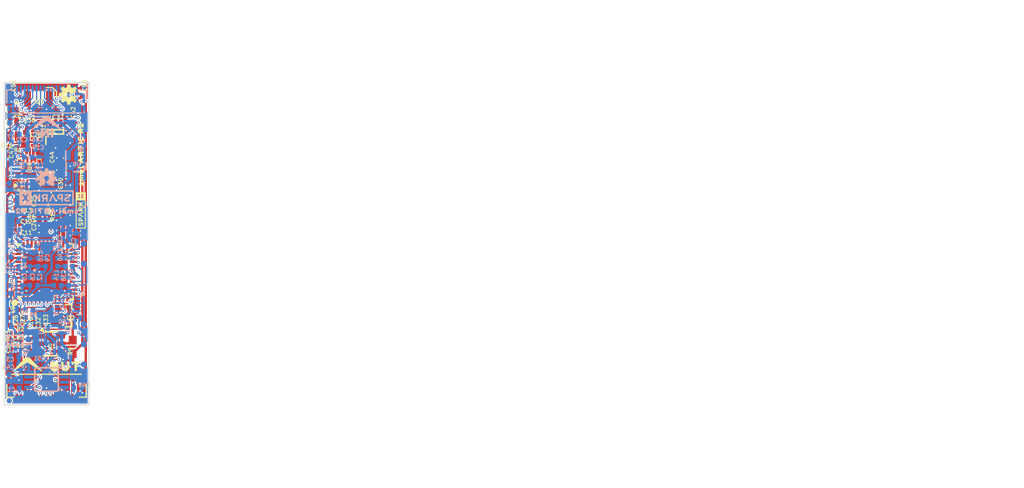
<source format=kicad_pcb>
(kicad_pcb (version 20211014) (generator pcbnew)
  (layers (0 "F.Cu" signal) (1 "In1.Cu" signal) (2 "In2.Cu" signal) (31 "B.Cu" signal) (34 "B.Paste" user) (35 "F.Paste" user) (36 "B.SilkS" user "B.Silkscreen") (37 "F.SilkS" user "F.Silkscreen") (38 "B.Mask" user) (39 "F.Mask" user) (44 "Edge.Cuts" user))
  (net 0 "")
  (net 1 "GND")
  (net 2 "RXSW")
  (net 3 "RF_RX")
  (net 4 "ANTENNA")
  (net 5 "RF_TX")
  (net 6 "TXSW")
  (net 7 "N$28")
  (net 8 "N$29")
  (net 9 "N$30")
  (net 10 "VDD")
  (net 11 "FLSH_SCLK")
  (net 12 "FLSH_SI")
  (net 13 "FLSH_SO")
  (net 14 "FLSH_CEN")
  (net 15 "SCLK")
  (net 16 "COPI")
  (net 17 "CIPO")
  (net 18 "RESETB")
  (net 19 "INT1")
  (net 20 "BOOT")
  (net 21 "N$4")
  (net 22 "N$5")
  (net 23 "1.8V")
  (net 24 "N$8")
  (net 25 "N$9")
  (net 26 "PA_PD")
  (net 27 "N$10")
  (net 28 "N$11")
  (net 29 "N$12")
  (net 30 "N$13")
  (net 31 "N$14")
  (net 32 "N$15")
  (net 33 "N$16")
  (net 34 "N$17")
  (net 35 "N$18")
  (net 36 "N$19")
  (net 37 "N$20")
  (net 38 "N$24")
  (net 39 "N$25")
  (net 40 "N$26")
  (net 41 "N$21")
  (net 42 "G8")
  (net 43 "RFG8")
  (net 44 "N$31")
  (net 45 "VREF1")
  (net 46 "PD")
  (net 47 "N$1")
  (net 48 "N$2")
  (net 49 "N$3")
  (net 50 "N$6")
  (net 51 "N$7")
  (net 52 "FLASH_VCC")
  (net 53 "CS0")
  (net 54 "CS1")
  (net 55 "CS2")
  (net 56 "GPIO0")
  (net 57 "GPIO1")
  (net 58 "SDA")
  (net 59 "SCL")
  (net 60 "3.3V")
  (net 61 "V_USB")
  (net 62 "RFG16")
  (net 63 "PROC_PWR_EN")
  (footprint "eagleBoard:0402-TIGHT" (layer "F.Cu") (at 143.9926 85.8901 90)
    (fp_text reference "C52")
    (fp_text value "2.2uF" hide)
  )
  (footprint "eagleBoard:0402-TIGHT" (layer "F.Cu") (at 149.1361 88.7476)
    (fp_text reference "C37")
    (fp_text value "100pF" hide)
  )
  (footprint "eagleBoard:0402-TIGHT" (layer "F.Cu") (at 148.9456 99.7966 -90)
    (fp_text reference "R14")
    (fp_text value "470" hide)
  )
  (footprint "eagleBoard:TSOT6" (layer "F.Cu") (at 149.0091 117.6401 -90)
    (fp_text reference "U1")
    (fp_text value "ADM4210_1TSOT6" hide)
  )
  (footprint "eagleBoard:0402_COILCRAFT" (layer "F.Cu") (at 146.5961 98.6536 90)
    (fp_text reference "L7" hide)
    (fp_text value "18nH" hide)
  )
  (footprint "eagleBoard:0402-TIGHT" (layer "F.Cu") (at 148.9456 97.3201 90)
    (fp_text reference "C43")
    (fp_text value "100pF" hide)
  )
  (footprint "eagleBoard:FIDUCIAL-MICRO" (layer "F.Cu") (at 151.4221 87.8586)
    (fp_text reference "FD1" hide)
    (fp_text value "FIDUCIALUFIDUCIAL" hide)
  )
  (footprint "eagleBoard:0402-TIGHT" (layer "F.Cu") (at 150.5966 96.6216 -90)
    (fp_text reference "C30")
    (fp_text value "100pF" hide)
  )
  (footprint "eagleBoard:U.FL_REDUCED_FOOTPRINT" (layer "F.Cu") (at 147.4851 86.8426 -90)
    (fp_text reference "J25")
    (fp_text value "U.FL" hide)
  )
  (footprint "eagleBoard:SM�L_ARTIC_R20" (layer "F.Cu") (at 152.8191 93.7006 90)
    (fp_text reference "U$9" hide)
    (fp_text value "" hide)
  )
  (footprint "eagleBoard:0402-TIGHT" (layer "F.Cu") (at 144.8816 113.8301 -90)
    (fp_text reference "C26")
    (fp_text value "0.1uF" hide)
  )
  (footprint "eagleBoard:CREATIVE_COMMONS" (layer "F.Cu") (at 188.8871 135.4836)
    (fp_text reference "FRAME1" hide)
    (fp_text value "FRAME-LEDGER" hide)
  )
  (footprint "eagleBoard:0402-TIGHT" (layer "F.Cu") (at 147.1041 89.7001 180)
    (fp_text reference "C36")
    (fp_text value "100pF" hide)
  )
  (footprint "eagleBoard:0402-TIGHT" (layer "F.Cu") (at 153.0096 85.8901 90)
    (fp_text reference "C53")
    (fp_text value "2.2uF" hide)
  )
  (footprint "eagleBoard:0402-TIGHT" (layer "F.Cu") (at 145.7706 116.1161 180)
    (fp_text reference "R2")
    (fp_text value "100" hide)
  )
  (footprint "eagleBoard:SMOL_SMALL" (layer "F.Cu") (at 146.0881 119.9896)
    (fp_text reference "U$2" hide)
    (fp_text value "SMOL_LOGOSMALL" hide)
  )
  (footprint "eagleBoard:0402_MURATA" (layer "F.Cu") (at 150.5966 100.8126 90)
    (fp_text reference "C29" hide)
    (fp_text value "2.4 pF" hide)
  )
  (footprint "eagleBoard:0402_COILCRAFT" (layer "F.Cu") (at 146.4056 93.3831)
    (fp_text reference "L6" hide)
    (fp_text value "27nH" hide)
  )
  (footprint "eagleBoard:0402_COILCRAFT" (layer "F.Cu") (at 151.0411 98.2726 180)
    (fp_text reference "L12" hide)
    (fp_text value "51nH" hide)
  )
  (footprint "eagleBoard:0402-TIGHT" (layer "F.Cu") (at 145.7706 117.1321 180)
    (fp_text reference "C23")
    (fp_text value "1.0uF" hide)
  )
  (footprint "eagleBoard:0402-TIGHT" (layer "F.Cu") (at 148.9456 94.9071 90)
    (fp_text reference "C44")
    (fp_text value "2.2uF" hide)
  )
  (footprint "eagleBoard:0402-TIGHT" (layer "F.Cu") (at 144.6276 99.0346 90)
    (fp_text reference "L4")
    (fp_text value "30Ω" hide)
  )
  (footprint "eagleBoard:FPC_16_0.5MM" (layer "F.Cu") (at 148.5011 123.2281 180)
    (fp_text reference "OUT0" hide)
    (fp_text value "" hide)
  )
  (footprint "eagleBoard:0402-TIGHT" (layer "F.Cu") (at 147.1041 101.9556 180)
    (fp_text reference "R6")
    (fp_text value "220" hide)
  )
  (footprint "eagleBoard:0402-TIGHT" (layer "F.Cu") (at 148.6916 113.8301 -90)
    (fp_text reference "C33")
    (fp_text value "22pF" hide)
  )
  (footprint "eagleBoard:0402-TIGHT" (layer "F.Cu") (at 145.1356 103.2891)
    (fp_text reference "C11")
    (fp_text value "100pF" hide)
  )
  (footprint "eagleBoard:0402-TIGHT" (layer "F.Cu") (at 143.7386 94.3356 90)
    (fp_text reference "C47")
    (fp_text value "100pF" hide)
  )
  (footprint "eagleBoard:SMT-JUMPER_2_NC_TRACE_NO-SILK" (layer "F.Cu") (at 144.3101 91.4781 180)
    (fp_text reference "G16")
    (fp_text value "JUMPER-SMT_2_NC_TRACE_NO-SILK" hide)
  )
  (footprint "eagleBoard:0402-TIGHT" (layer "F.Cu") (at 143.9291 117.7671 -90)
    (fp_text reference "C2")
    (fp_text value "10nF" hide)
  )
  (footprint "eagleBoard:0402-TIGHT" (layer "F.Cu") (at 146.5961 103.4796 90)
    (fp_text reference "C24")
    (fp_text value "100pF" hide)
  )
  (footprint "eagleBoard:FIDUCIAL-MICRO" (layer "F.Cu") (at 143.8021 124.8156)
    (fp_text reference "FD3" hide)
    (fp_text value "FIDUCIALUFIDUCIAL" hide)
  )
  (footprint "eagleBoard:SOT65P220X100-6N" (layer "F.Cu") (at 149.6441 90.9066 90)
    (fp_text reference "U5")
    (fp_text value "AS179-92LF" hide)
  )
  (footprint "eagleBoard:0402-TIGHT" (layer "F.Cu") (at 147.8026 91.4781 90)
    (fp_text reference "C31")
    (fp_text value "100pF" hide)
  )
  (footprint "eagleBoard:QFN50P300X300X86-17N" (layer "F.Cu") (at 146.3421 95.8596 90)
    (fp_text reference "U4")
    (fp_text value "RFPA0133" hide)
  )
  (footprint "eagleBoard:QFN-48" (layer "F.Cu") (at 148.3741 108.5596 90)
    (fp_text reference "U3" hide)
    (fp_text value "ARTIC_R2" hide)
  )
  (footprint "eagleBoard:0402-TIGHT" (layer "F.Cu") (at 145.7706 118.1481 180)
    (fp_text reference "R12")
    (fp_text value "10k" hide)
  )
  (footprint "eagleBoard:OUT0" (layer "F.Cu") (at 150.9141 120.4976)
    (fp_text reference "U$1" hide)
    (fp_text value "" hide)
  )
  (footprint "eagleBoard:0402-TIGHT" (layer "F.Cu") (at 147.7391 114.1476 -90)
    (fp_text reference "C32")
    (fp_text value "0.1uF" hide)
  )
  (footprint "eagleBoard:0402-TIGHT" (layer "F.Cu") (at 145.1356 101.8921)
    (fp_text reference "C12")
    (fp_text value "1.0uF" hide)
  )
  (footprint "eagleBoard:0402-TIGHT" (layer "F.Cu") (at 143.9291 115.7986 -90)
    (fp_text reference "R11")
    (fp_text value "100" hide)
  )
  (footprint "eagleBoard:0402_COILCRAFT" (layer "F.Cu") (at 146.8501 92.1766 90)
    (fp_text reference "L8" hide)
    (fp_text value "12nH" hide)
  )
  (footprint "eagleBoard:0402-TIGHT" (layer "F.Cu") (at 144.2466 92.8751)
    (fp_text reference "R1")
    (fp_text value "10k" hide)
  )
  (footprint "eagleBoard:SOT23-3" (layer "F.Cu") (at 150.9776 114.0841 -90)
    (fp_text reference "Q2")
    (fp_text value "5.8A/30V/35mΩ" hide)
  )
  (footprint "eagleBoard:0402-TIGHT" (layer "F.Cu") (at 148.9456 102.2096 90)
    (fp_text reference "R17")
    (fp_text value "47" hide)
  )
  (footprint "eagleBoard:0402-TIGHT" (layer "F.Cu") (at 146.5961 100.4316 90)
    (fp_text reference "C25")
    (fp_text value "100pF" hide)
  )
  (footprint "eagleBoard:0402-TIGHT" (layer "F.Cu") (at 146.3421 90.9701)
    (fp_text reference "C28")
    (fp_text value "9.1pF" hide)
  )
  (footprint "eagleBoard:0402_COILCRAFT" (layer "F.Cu") (at 151.0411 103.3526 180)
    (fp_text reference "L11" hide)
    (fp_text value "30nH" hide)
  )
  (footprint "eagleBoard:0402-TIGHT" (layer "F.Cu") (at 143.9291 113.8301 90)
    (fp_text reference "L9")
    (fp_text value "30Ω" hide)
  )
  (footprint "eagleBoard:TLP3475SRHA" (layer "F.Cu") (at 144.3101 88.9381 -90)
    (fp_text reference "K1")
    (fp_text value "TLP3475SRHA" hide)
  )
  (footprint "eagleBoard:0402-TIGHT" (layer "F.Cu") (at 145.1356 100.4951)
    (fp_text reference "C13")
    (fp_text value "10uF" hide)
  )
  (footprint "eagleBoard:SPARKX-TINY" (layer "F.Cu") (at 152.8191 100.8126 90)
    (fp_text reference "U$8" hide)
    (fp_text value "SPARKX-LOGO2" hide)
  )
  (footprint "eagleBoard:0603" (layer "F.Cu") (at 151.8031 118.0211 -90)
    (fp_text reference "R9")
    (fp_text value "0.1" hide)
  )
  (footprint "eagleBoard:0402-TIGHT" (layer "F.Cu") (at 151.5491 89.2556 90)
    (fp_text reference "C42")
    (fp_text value "100pF" hide)
  )
  (footprint "eagleBoard:ORDERING_INSTRUCTIONS" (layer "F.Cu") (at 162.2171 74.5236)
    (fp_text reference "LOGO1" hide)
    (fp_text value "SPECIAL_INSTRUCTIONS-ORDERING" hide)
  )
  (footprint "eagleBoard:0402-TIGHT" (layer "F.Cu") (at 146.7866 114.1476 -90)
    (fp_text reference "L10")
    (fp_text value "30Ω" hide)
  )
  (footprint "eagleBoard:0402-TIGHT" (layer "F.Cu") (at 145.8341 113.8301 -90)
    (fp_text reference "C27")
    (fp_text value "22pF" hide)
  )
  (footprint "eagleBoard:OSHW-LOGO-MINI" (layer "F.Cu") (at 151.2951 86.2076 90)
    (fp_text reference "LOGO2" hide)
    (fp_text value "OSHW-LOGOMINI" hide)
  )
  (footprint "eagleBoard:SPARKX-SMALL" (layer "B.Cu") (at 148.5011 99.2251 180)
    (fp_text reference "U$4" hide)
    (fp_text value "SPARKX-LOGO3" hide)
  )
  (footprint "eagleBoard:0402-TIGHT" (layer "B.Cu") (at 144.9451 102.7176 90)
    (fp_text reference "L3")
    (fp_text value "30Ω" hide)
  )
  (footprint "eagleBoard:0402-TIGHT" (layer "B.Cu") (at 144.6276 104.8766 180)
    (fp_text reference "C8")
    (fp_text value "0.1uF" hide)
  )
  (footprint "eagleBoard:0402-TIGHT" (layer "B.Cu") (at 149.8981 107.3531 -90)
    (fp_text reference "C40")
    (fp_text value "22pF" hide)
  )
  (footprint "eagleBoard:PAD.03X.03" (layer "B.Cu") (at 153.2001 99.9236 180)
    (fp_text reference "VDD0" hide)
    (fp_text value "TEST-POINT3" hide)
  )
  (footprint "eagleBoard:0402-TIGHT" (layer "B.Cu") (at 150.7236 105.3211 180)
    (fp_text reference "L13")
    (fp_text value "30Ω" hide)
  )
  (footprint "eagleBoard:0402-TIGHT" (layer "B.Cu") (at 147.3581 109.7661 -90)
    (fp_text reference "L2")
    (fp_text value "30Ω" hide)
  )
  (footprint "eagleBoard:PAD.03X.03" (layer "B.Cu") (at 153.2001 115.1636 180)
    (fp_text reference "FLSH_SO0" hide)
    (fp_text value "TEST-POINT3" hide)
  )
  (footprint "eagleBoard:0402-TIGHT" (layer "B.Cu") (at 145.7071 94.5896 90)
    (fp_text reference "R3")
    (fp_text value "3.9" hide)
  )
  (footprint "eagleBoard:0402-TIGHT" (layer "B.Cu") (at 146.7866 119.7991)
    (fp_text reference "C51")
    (fp_text value "0.1uF" hide)
  )
  (footprint "eagleBoard:SM�L_ARTIC_R20" (layer "B.Cu") (at 148.5011 100.8761 180)
    (fp_text reference "U$10" hide)
    (fp_text value "" hide)
  )
  (footprint "eagleBoard:0402-TIGHT" (layer "B.Cu") (at 144.5006 120.2436 180)
    (fp_text reference "C45")
    (fp_text value "2.2uF" hide)
  )
  (footprint "eagleBoard:0402-TIGHT" (layer "B.Cu") (at 146.5961 92.1766)
    (fp_text reference "C16")
    (fp_text value "2.2uF" hide)
  )
  (footprint "eagleBoard:0402-TIGHT" (layer "B.Cu") (at 151.2951 109.7661 -90)
    (fp_text reference "C39")
    (fp_text value "22pF" hide)
  )
  (footprint "eagleBoard:PAD.03X.03" (layer "B.Cu") (at 153.2001 117.7036 180)
    (fp_text reference "FLSH_SI0" hide)
    (fp_text value "TEST-POINT3" hide)
  )
  (footprint "eagleBoard:0402-TIGHT" (layer "B.Cu") (at 152.4381 123.1646)
    (fp_text reference "C48")
    (fp_text value "2.2uF" hide)
  )
  (footprint "eagleBoard:USON_3X2MM" (layer "B.Cu") (at 151.1681 112.7506 180)
    (fp_text reference "U7")
    (fp_text value "SST25VF020BUSON" hide)
  )
  (footprint "eagleBoard:0402-TIGHT" (layer "B.Cu") (at 147.4216 107.3531 -90)
    (fp_text reference "C10")
    (fp_text value "47nF" hide)
  )
  (footprint "eagleBoard:0402-TIGHT" (layer "B.Cu") (at 144.5641 123.1646 180)
    (fp_text reference "C1")
    (fp_text value "2.2uF" hide)
  )
  (footprint "eagleBoard:PAD.03X.03" (layer "B.Cu") (at 153.2001 105.0036 180)
    (fp_text reference "UNK1V8" hide)
    (fp_text value "TEST-POINT3" hide)
  )
  (footprint "eagleBoard:SC70" (layer "B.Cu") (at 144.5641 117.1956 180)
    (fp_text reference "U2")
    (fp_text value "1.8V/100mA" hide)
  )
  (footprint "eagleBoard:0402-TIGHT" (layer "B.Cu") (at 144.8816 97.0026 90)
    (fp_text reference "C21")
    (fp_text value "100pF" hide)
  )
  (footprint "eagleBoard:0402-TIGHT" (layer "B.Cu") (at 151.5491 114.5921 180)
    (fp_text reference "C50")
    (fp_text value "0.1uF" hide)
  )
  (footprint "eagleBoard:0402-TIGHT" (layer "B.Cu") (at 146.7231 105.3211)
    (fp_text reference "C7")
    (fp_text value "22pF" hide)
  )
  (footprint "eagleBoard:0402_COILCRAFT" (layer "B.Cu") (at 144.8181 95.1611 -90)
    (fp_text reference "L5" hide)
    (fp_text value "15nH" hide)
  )
  (footprint "eagleBoard:0402-TIGHT" (layer "B.Cu") (at 150.3426 109.7661 -90)
    (fp_text reference "C38")
    (fp_text value "0.1uF" hide)
  )
  (footprint "eagleBoard:0402-TIGHT" (layer "B.Cu") (at 150.5331 103.7971 90)
    (fp_text reference "C35")
    (fp_text value "0.1uF" hide)
  )
  (footprint "eagleBoard:0402-TIGHT" (layer "B.Cu") (at 144.5006 119.2911 180)
    (fp_text reference "C3")
    (fp_text value "1.0uF" hide)
  )
  (footprint "eagleBoard:PAD.03X.03" (layer "B.Cu") (at 143.8021 97.3836 180)
    (fp_text reference "UNK3V0" hide)
    (fp_text value "TEST-POINT3" hide)
  )
  (footprint "eagleBoard:FIDUCIAL-MICRO" (layer "B.Cu") (at 143.8021 124.8156 180)
    (fp_text reference "FD4" hide)
    (fp_text value "FIDUCIALUFIDUCIAL" hide)
  )
  (footprint "eagleBoard:0402-TIGHT" (layer "B.Cu") (at 144.5641 91.2241 180)
    (fp_text reference "R7")
    (fp_text value "10k" hide)
  )
  (footprint "eagleBoard:0402-TIGHT" (layer "B.Cu") (at 145.4531 109.7661 -90)
    (fp_text reference "C5")
    (fp_text value "22pF" hide)
  )
  (footprint "eagleBoard:MSOP8" (layer "B.Cu") (at 148.5011 122.1486 180)
    (fp_text reference "U8")
    (fp_text value "PCA9536")
  )
  (footprint "eagleBoard:PAD.03X.03" (layer "B.Cu") (at 143.8021 89.7636 180)
    (fp_text reference "CS0" hide)
    (fp_text value "TEST-POINT3" hide)
  )
  (footprint "eagleBoard:0402-TIGHT" (layer "B.Cu") (at 147.6121 94.5896 90)
    (fp_text reference "C15")
    (fp_text value "2.2uF" hide)
  )
  (footprint "eagleBoard:PAD.03X.03" (layer "B.Cu") (at 143.8021 121.5136 180)
    (fp_text reference "GPIO0" hide)
    (fp_text value "TEST-POINT3" hide)
  )
  (footprint "eagleBoard:0402-TIGHT" (layer "B.Cu") (at 150.8506 107.3531 -90)
    (fp_text reference "C41")
    (fp_text value "0.1uF" hide)
  )
  (footprint "eagleBoard:0402-TIGHT" (layer "B.Cu") (at 146.4056 109.7661 -90)
    (fp_text reference "C6")
    (fp_text value "0.1uF" hide)
  )
  (footprint "eagleBoard:SMOL_SMALL" (layer "B.Cu") (at 148.5011 89.5096 180)
    (fp_text reference "U$3" hide)
    (fp_text value "SMOL_LOGOSMALL" hide)
  )
  (footprint "eagleBoard:IN0" (layer "B.Cu") (at 148.5011 91.0336 180)
    (fp_text reference "U$7" hide)
    (fp_text value "" hide)
  )
  (footprint "eagleBoard:OSHW-LOGO-MINI" (layer "B.Cu") (at 148.5011 96.7486 180)
    (fp_text reference "LOGO3" hide)
    (fp_text value "OSHW-LOGOMINI" hide)
  )
  (footprint "eagleBoard:0402-TIGHT" (layer "B.Cu") (at 146.5961 93.1291)
    (fp_text reference "C19")
    (fp_text value "100pF" hide)
  )
  (footprint "eagleBoard:0402-TIGHT" (layer "B.Cu") (at 146.2151 117.5766 90)
    (fp_text reference "C49")
    (fp_text value "0.1uF" hide)
  )
  (footprint "eagleBoard:CRYSTAL-TCXO-SMD-1.65X1.25" (layer "B.Cu") (at 145.7071 107.3531 180)
    (fp_text reference "X1")
    (fp_text value "CRYSTAL-TCXO-26MHZ" hide)
  )
  (footprint "eagleBoard:0402-TIGHT" (layer "B.Cu") (at 153.2001 91.9861 90)
    (fp_text reference "C46")
    (fp_text value "1.0uF" hide)
  )
  (footprint "eagleBoard:0402-TIGHT" (layer "B.Cu") (at 144.0053 110.7821 -90)
    (fp_text reference "R4")
    (fp_text value "33k" hide)
  )
  (footprint "eagleBoard:0402-TIGHT" (layer "B.Cu") (at 144.5641 115.4811)
    (fp_text reference "C4")
    (fp_text value "1.0uF" hide)
  )
  (footprint "eagleBoard:0402-TIGHT" (layer "B.Cu") (at 145.8341 97.0026 90)
    (fp_text reference "C20")
    (fp_text value "2.2uF" hide)
  )
  (footprint "eagleBoard:0402-TIGHT" (layer "B.Cu") (at 146.6596 94.5896 90)
    (fp_text reference "C18")
    (fp_text value "22pF" hide)
  )
  (footprint "eagleBoard:FIDUCIAL-MICRO" (layer "B.Cu") (at 153.2001 85.3186 180)
    (fp_text reference "FD2" hide)
    (fp_text value "FIDUCIALUFIDUCIAL" hide)
  )
  (footprint "eagleBoard:PAD.03X.03" (layer "B.Cu") (at 153.2001 120.2436 180)
    (fp_text reference "FLSH_SCLK0" hide)
    (fp_text value "TEST-POINT3" hide)
  )
  (footprint "eagleBoard:PAD.03X.03" (layer "B.Cu") (at 153.2001 107.5436 180)
    (fp_text reference "FLSH_CEN0" hide)
    (fp_text value "TEST-POINT3" hide)
  )
  (footprint "eagleBoard:0402-TIGHT" (layer "B.Cu") (at 151.8031 107.3531 -90)
    (fp_text reference "L15")
    (fp_text value "30Ω" hide)
  )
  (footprint "eagleBoard:0402-TIGHT" (layer "B.Cu") (at 152.2476 104.1781 90)
    (fp_text reference "C34")
    (fp_text value "22pF" hide)
  )
  (footprint "eagleBoard:0402-TIGHT" (layer "B.Cu") (at 143.9926 107.2007 90)
    (fp_text reference "C17")
    (fp_text value "1.0nF" hide)
  )
  (footprint "eagleBoard:FPC_16_0.5MM" (layer "B.Cu") (at 148.5011 86.7791 180)
    (fp_text reference "IN0" hide)
    (fp_text value "" hide)
  )
  (footprint "eagleBoard:0402-TIGHT" (layer "B.Cu") (at 146.2786 114.3381)
    (fp_text reference "R5")
    (fp_text value "100k" hide)
  )
  (footprint "eagleBoard:0402-TIGHT" (layer "B.Cu") (at 146.2786 113.3856 180)
    (fp_text reference "R8")
    (fp_text value "100k" hide)
  )
  (footprint "eagleBoard:0402-TIGHT" (layer "B.Cu") (at 149.3901 109.7661 -90)
    (fp_text reference "L14")
    (fp_text value "30Ω" hide)
  )
  (footprint "eagleBoard:0402-TIGHT" (layer "B.Cu") (at 148.3741 107.3531 -90)
    (fp_text reference "C9")
    (fp_text value "1.0uF" hide)
  )
  (footprint "eagleBoard:0402-TIGHT" (layer "B.Cu") (at 151.5491 115.5446 180)
    (fp_text reference "L1")
    (fp_text value "30Ω" hide)
  )
  (footprint "eagleBoard:0402-TIGHT" (layer "B.Cu") (at 146.5961 91.2241)
    (fp_text reference "C14")
    (fp_text value "10uF" hide)
  )
  (footprint "eagleBoard:0402-TIGHT" (layer "B.Cu") (at 144.5641 92.1766)
    (fp_text reference "C22")
    (fp_text value "100pF" hide)
  )
  (footprint "eagleBoard:SOT23-5" (layer "B.Cu") (at 152.2476 95.2246)
    (fp_text reference "U6")
    (fp_text value "3.0V")
  )
  (gr_line (start 143.1671 84.6836) (end 143.1671 125.3236) (layer "Edge.Cuts") (width 0.1016))
  (gr_line (start 153.8351 84.6836) (end 143.1671 84.6836) (layer "Edge.Cuts") (width 0.1016))
  (gr_line (start 143.1671 125.3236) (end 153.8351 125.3236) (layer "Edge.Cuts") (width 0.1016))
  (gr_line (start 153.8351 125.3236) (end 153.8351 84.6836) (layer "Edge.Cuts") (width 0.1016))
  (gr_text "X02" (at 144.2466 98.6536 -90) (layer "B.Cu") (effects (font (size 0.75565 0.75565) (thickness 0.13335)) (justify right top mirror)))
  (segment (start 150.1241 105.1596) (end 150.1241 104.4041) (width 0.254) (layer "F.Cu") (net 1))
  (segment (start 148.1241 105.1596) (end 148.1241 106.2696) (width 0.254) (layer "F.Cu") (net 1))
  (segment (start 149.7711 104.0511) (end 149.7711 103.9876) (width 0.254) (layer "F.Cu") (net 1))
  (segment (start 151.1241 105.9366) (end 150.7871 106.2736) (width 0.254) (layer "F.Cu") (net 1))
  (segment (start 145.7071 102.5906) (end 145.7071 103.8733) (width 0.6096) (layer "F.Cu") (net 1))
  (segment (start 151.1241 105.1596) (end 151.1241 105.9366) (width 0.254) (layer "F.Cu") (net 1))
  (segment (start 151.4856 97.6376) (end 151.4729 97.6503) (width 0.4064) (layer "F.Cu") (net 1))
  (segment (start 149.6441 92.9386) (end 149.7711 93.0656) (width 0.4064) (layer "F.Cu") (net 1))
  (segment (start 145.8341 114.9731) (end 145.8341 114.3301) (width 0.3048) (layer "F.Cu") (net 1))
  (segment (start 147.5486 102.7176) (end 147.5486 100.8126) (width 0.6096) (layer "F.Cu") (net 1))
  (segment (start 144.0561 96.1136) (end 143.8656 96.1136) (width 0.1524) (layer "F.Cu") (net 1))
  (segment (start 147.7631 106.2736) (end 147.6241 106.1346) (width 0.254) (layer "F.Cu") (net 1))
  (segment (start 149.7711 98.2726) (end 149.7711 99.5426) (width 0.4064) (layer "F.Cu") (net 1))
  (segment (start 151.1241 104.6666) (end 151.2951 104.4956) (width 0.254) (layer "F.Cu") (net 1))
  (segment (start 150.7871 106.2736) (end 150.1521 106.2736) (width 0.254) (layer "F.Cu") (net 1))
  (segment (start 146.4771 89.8271) (end 145.8341 89.8271) (width 0.3048) (layer "F.Cu") (net 1))
  (segment (start 145.8976 115.0366) (end 145.8341 114.9731) (width 0.3048) (layer "F.Cu") (net 1))
  (segment (start 147.5486 99.5426) (end 147.5486 98.2726) (width 0.6096) (layer "F.Cu") (net 1))
  (segment (start 146.3421 86.9746) (end 146.1101 86.7426) (width 0.3048) (layer "F.Cu") (net 1))
  (segment (start 148.6241 106.2696) (end 148.6281 106.2736) (width 0.254) (layer "F.Cu") (net 1))
  (segment (start 147.5486 103.6066) (end 148.1201 103.6066) (width 0.1524) (layer "F.Cu") (net 1))
  (segment (start 148.3106 103.6066) (end 148.6241 103.9201) (width 0.1524) (layer "F.Cu") (net 1))
  (segment (start 147.7391 114.6476) (end 148.3741 114.6476) (width 0.3048) (layer "F.Cu") (net 1))
  (segment (start 148.1241 105.1596) (end 148.1241 103.6106) (width 0.1524) (layer "F.Cu") (net 1))
  (segment (start 147.6241 105.1596) (end 147.6241 106.1346) (width 0.254) (layer "F.Cu") (net 1))
  (segment (start 147.2946 90.3351) (end 145.9611 90.3351) (width 0.3048) (layer "F.Cu") (net 1))
  (segment (start 145.8341 114.3301) (end 144.8816 114.3301) (width 0.3048) (layer "F.Cu") (net 1))
  (segment (start 145.7071 99.7966) (end 145.7071 101.1936) (width 0.6096) (layer "F.Cu") (net 1))
  (segment (start 149.7711 95.7326) (end 149.7711 97.0026) (width 0.4064) (layer "F.Cu") (net 1))
  (segment (start 151.4856 97.6376) (end 151.4856 91.6686) (width 0.4064) (layer "F.Cu") (net 1))
  (segment (start 149.5726 94.4071) (end 149.7711 94.2086) (width 0.4064) (layer "F.Cu") (net 1))
  (segment (start 151.4729 98.2726) (end 151.4729 103.3526) (width 0.4064) (layer "F.Cu") (net 1))
  (segment (start 149.1241 105.1596) (end 149.105906 105.141407) (width 0.1524) (layer "F.Cu") (net 1))
  (segment (start 147.5486 103.6066) (end 147.5486 102.7176) (width 0.6096) (layer "F.Cu") (net 1))
  (segment (start 148.6281 106.2736) (end 148.1201 106.2736) (width 0.254) (layer "F.Cu") (net 1))
  (segment (start 148.3741 114.6476) (end 148.6916 114.3301) (width 0.3048) (layer "F.Cu") (net 1))
  (segment (start 149.4536 114.0841) (end 149.2076 114.3301) (width 0.3048) (layer "F.Cu") (net 1))
  (segment (start 150.1521 106.2736) (end 149.1361 106.2736) (width 0.254) (layer "F.Cu") (net 1))
  (segment (start 151.4856 91.6686) (end 151.1046 91.2876) (width 0.4064) (layer "F.Cu") (net 1))
  (segment (start 148.6241 103.9201) (end 148.6241 105.1596) (width 0.1524) (layer "F.Cu") (net 1))
  (segment (start 147.6241 106.1346) (end 147.6121 106.1466) (width 0.254) (layer "F.Cu") (net 1))
  (segment (start 151.4729 103.3526) (end 151.4729 104.3178) (width 0.4064) (layer "F.Cu") (net 1))
  (segment (start 146.0921 97.8241) (end 145.7071 98.2091) (width 0.2032) (layer "F.Cu") (net 1))
  (segment (start 149.386556 103.9876) (end 149.7711 103.9876) (width 0.1524) (layer "F.Cu") (net 1))
  (segment (start 146.0246 106.5657) (end 145.7807 106.8096) (width 0.254) (layer "F.Cu") (net 1))
  (segment (start 148.6916 117.9576) (end 148.3741 117.6401) (width 0.4064) (layer "F.Cu") (net 1))
  (segment (start 145.7071 101.1936) (end 145.7071 102.5906) (width 0.6096) (layer "F.Cu") (net 1))
  (segment (start 147.5486 100.8126) (end 147.5486 99.5426) (width 0.6096) (layer "F.Cu") (net 1))
  (segment (start 145.9611 90.7161) (end 145.9611 90.3351) (width 0.3048) (layer "F.Cu") (net 1))
  (segment (start 151.4729 104.3178) (end 151.2951 104.4956) (width 0.4064) (layer "F.Cu") (net 1))
  (segment (start 145.7071 98.3361) (end 145.7071 99.7966) (width 0.6096) (layer "F.Cu") (net 1))
  (segment (start 143.6116 94.9626) (end 143.7386 94.8356) (width 0.1524) (layer "F.Cu") (net 1))
  (segment (start 148.9456 94.4071) (end 149.5726 94.4071) (width 0.4064) (layer "F.Cu") (net 1))
  (segment (start 149.7711 97.0026) (end 149.7711 98.2726) (width 0.4064) (layer "F.Cu") (net 1))
  (segment (start 149.7711 99.5426) (end 149.7711 100.8126) (width 0.4064) (layer "F.Cu") (net 1))
  (segment (start 146.5326 88.1761) (end 146.3421 87.9856) (width 0.3048) (layer "F.Cu") (net 1))
  (segment (start 149.1241 106.2616) (end 149.1361 106.2736) (width 0.254) (layer "F.Cu") (net 1))
  (segment (start 148.8601 87.8806) (end 148.8601 86.7426) (width 0.3048) (layer "F.Cu") (net 1))
  (segment (start 145.2626 86.9061) (end 145.4261 86.7426) (width 0.3048) (layer "F.Cu") (net 1))
  (segment (start 148.1241 103.6106) (end 148.1201 103.6066) (width 0.1524) (layer "F.Cu") (net 1))
  (segment (start 145.4261 86.7426) (end 146.1101 86.7426) (width 0.3048) (layer "F.Cu") (net 1))
  (segment (start 148.8601 87.8806) (end 148.6916 88.0491) (width 0.3048) (layer "F.Cu") (net 1))
  (segment (start 145.8421 90.8351) (end 145.9611 90.7161) (width 0.3048) (layer "F.Cu") (net 1))
  (segment (start 149.6441 92.0066) (end 149.6441 92.9386) (width 0.4064) (layer "F.Cu") (net 1))
  (segment (start 143.9101 87.2426) (end 144.0561 87.0966) (width 0.1524) (layer "F.Cu") (net 1))
  (segment (start 149.7711 93.0656) (end 149.7711 94.2086) (width 0.4064) (layer "F.Cu") (net 1))
  (segment (start 149.7711 95.7326) (end 149.7711 94.2086) (width 0.4064) (layer "F.Cu") (net 1))
  (segment (start 149.1361 106.2736) (end 148.6281 106.2736) (width 0.254) (layer "F.Cu") (net 1))
  (segment (start 147.5486 103.6066) (end 147.6241 103.6821) (width 0.254) (layer "F.Cu") (net 1))
  (segment (start 149.7711 100.8126) (end 149.7711 102.0826) (width 0.4064) (layer "F.Cu") (net 1))
  (segment (start 143.9101 88.1881) (end 143.9101 87.2426) (width 0.1524) (layer "F.Cu") (net 1))
  (segment (start 146.6041 89.7001) (end 146.4771 89.8271) (width 0.3048) (layer "F.Cu") (net 1))
  (segment (start 145.8421 90.9701) (end 145.8421 90.8351) (width 0.3048) (layer "F.Cu") (net 1))
  (segment (start 148.5011 88.0491) (end 148.6916 88.0491) (width 0.3048) (layer "F.Cu") (net 1))
  (segment (start 144.9741 106.8096) (end 145.7807 106.8096) (width 0.254) (layer "F.Cu") (net 1))
  (segment (start 145.9611 90.3351) (end 145.9611 89.9541) (width 0.3048) (layer "F.Cu") (net 1))
  (segment (start 148.6916 117.3226) (end 148.3741 117.6401) (width 0.4064) (layer "F.Cu") (net 1))
  (segment (start 146.3421 86.9746) (end 146.3421 87.9856) (width 0.3048) (layer "F.Cu") (net 1))
  (segment (start 148.1241 106.2696) (end 148.1201 106.2736) (width 0.254) (layer "F.Cu") (net 1))
  (segment (start 145.7071 98.2091) (end 145.7071 98.3361) (width 0.2032) (layer "F.Cu") (net 1))
  (segment (start 143.6116 95.8596) (end 143.6116 94.9626) (width 0.1524) (layer "F.Cu") (net 1))
  (segment (start 147.6121 101.9636) (end 147.6041 101.9556) (width 0.4064) (layer "F.Cu") (net 1))
  (segment (start 148.1201 103.6066) (end 148.3106 103.6066) (width 0.1524) (layer "F.Cu") (net 1))
  (segment (start 150.1241 106.2456) (end 150.1521 106.2736) (width 0.254) (layer "F.Cu") (net 1))
  (segment (start 150.1241 104.4041) (end 149.7711 104.0511) (width 0.254) (layer "F.Cu") (net 1))
  (segment (start 145.8341 89.8271) (end 145.9611 89.9541) (width 0.3048) (layer "F.Cu") (net 1))
  (segment (start 149.105906 104.26825) (end 149.386556 103.9876) (width 0.1524) (layer "F.Cu") (net 1))
  (segment (start 147.6241 103.6821) (end 147.6241 105.1596) (width 0.254) (layer "F.Cu") (net 1))
  (segment (start 146.0246 106.5657) (end 146.0246 106.1466) (width 0.254) (layer "F.Cu") (net 1))
  (segment (start 149.7711 102.0826) (end 149.7711 103.3526) (width 0.4064) (layer "F.Cu") (net 1))
  (segment (start 151.1241 105.1596) (end 151.1241 104.6666) (width 0.254) (layer "F.Cu") (net 1))
  (segment (start 143.8656 96.1136) (end 143.6116 95.8596) (width 0.1524) (layer "F.Cu") (net 1))
  (segment (start 150.1241 105.1596) (end 150.1241 106.2456) (width 0.254) (layer "F.Cu") (net 1))
  (segment (start 149.7711 103.9876) (end 149.7711 103.3526) (width 0.4064) (layer "F.Cu") (net 1))
  (segment (start 149.2076 114.3301) (end 148.6916 114.3301) (width 0.3048) (layer "F.Cu") (net 1))
  (segment (start 149.105906 104.26825) (end 149.105906 105.141407) (width 0.1524) (layer "F.Cu") (net 1))
  (segment (start 148.6241 105.1596) (end 148.6241 106.2696) (width 0.254) (layer "F.Cu") (net 1))
  (segment (start 148.1201 106.2736) (end 147.7631 106.2736) (width 0.254) (layer "F.Cu") (net 1))
  (segment (start 146.0921 97.3096) (end 146.0921 97.8241) (width 0.2032) (layer "F.Cu") (net 1))
  (segment (start 147.7091 117.6401) (end 148.3741 117.6401) (width 0.4064) (layer "F.Cu") (net 1))
  (segment (start 149.1241 105.1596) (end 149.1241 106.2616) (width 0.254) (layer "F.Cu") (net 1))
  (segment (start 151.4729 97.6503) (end 151.4729 98.2726) (width 0.4064) (layer "F.Cu") (net 1))
  (via (at 149.7711 99.5426) (size 0.3778) (drill 0.2) (layers "F.Cu" "B.Cu") (net 1))
  (via (at 146.5326 88.1761) (size 0.3778) (drill 0.2) (layers "F.Cu" "B.Cu") (net 1))
  (via (at 152.5016 88.5571) (size 0.3778) (drill 0.2) (layers "F.Cu" "B.Cu") (net 1))
  (via (at 148.5011 123.2281) (size 0.3778) (drill 0.2) (layers "F.Cu" "B.Cu") (net 1))
  (via (at 151.4856 100.1776) (size 0.3778) (drill 0.2) (layers "F.Cu" "B.Cu") (net 1))
  (via (at 151.4856 98.9076) (size 0.3778) (drill 0.2) (layers "F.Cu" "B.Cu") (net 1))
  (via (at 147.5486 100.8126) (size 0.3778) (drill 0.2) (layers "F.Cu" "B.Cu") (net 1))
  (via (at 147.5486 98.2726) (size 0.3778) (drill 0.2) (layers "F.Cu" "B.Cu") (net 1))
  (via (at 149.7711 95.7326) (size 0.3778) (drill 0.2) (layers "F.Cu" "B.Cu") (net 1))
  (via (at 151.8666 113.3221) (size 0.3778) (drill 0.2) (layers "F.Cu" "B.Cu") (net 1))
  (via (at 151.4856 97.6376) (size 0.3778) (drill 0.2) (layers "F.Cu" "B.Cu") (net 1))
  (via (at 145.9611 110.9726) (size 0.3778) (drill 0.2) (layers "F.Cu" "B.Cu") (net 1))
  (via (at 151.1681 123.6726) (size 0.3778) (drill 0.2) (layers "F.Cu" "B.Cu") (net 1))
  (via (at 145.7071 98.3361) (size 0.3778) (drill 0.2) (layers "F.Cu" "B.Cu") (net 1))
  (via (at 148.6916 117.9576) (size 0.3778) (drill 0.2) (layers "F.Cu" "B.Cu") (net 1))
  (via (at 145.2626 86.9061) (size 0.3778) (drill 0.2) (layers "F.Cu" "B.Cu") (net 1))
  (via (at 149.098 98.5647) (size 0.3778) (drill 0.2) (layers "F.Cu" "B.Cu") (net 1))
  (via (at 149.7711 103.9876) (size 0.3778) (drill 0.2) (layers "F.Cu" "B.Cu") (net 1))
  (via (at 144.6276 93.6371) (size 0.3778) (drill 0.2) (layers "F.Cu" "B.Cu") (net 1))
  (via (at 148.5011 88.0491) (size 0.3778) (drill 0.2) (layers "F.Cu" "B.Cu") (net 1))
  (via (at 147.2946 90.3351) (size 0.3778) (drill 0.2) (layers "F.Cu" "B.Cu") (net 1))
  (via (at 150.5966 119.6086) (size 0.3778) (drill 0.2) (layers "F.Cu" "B.Cu") (net 1))
  (via (at 149.4536 114.0841) (size 0.3778) (drill 0.2) (layers "F.Cu" "B.Cu") (net 1))
  (via (at 146.7231 95.8596) (size 0.3778) (drill 0.2) (layers "F.Cu" "B.Cu") (net 1))
  (via (at 148.6916 117.3226) (size 0.3778) (drill 0.2) (layers "F.Cu" "B.Cu") (net 1))
  (via (at 150.7871 110.9726) (size 0.3778) (drill 0.2) (layers "F.Cu" "B.Cu") (net 1))
  (via (at 147.5486 102.7176) (size 0.3778) (drill 0.2) (layers "F.Cu" "B.Cu") (net 1))
  (via (at 151.4856 86.8426) (size 0.3778) (drill 0.2) (layers "F.Cu" "B.Cu") (net 1))
  (via (at 145.9611 95.8596) (size 0.3778) (drill 0.2) (layers "F.Cu" "B.Cu") (net 1))
  (via (at 149.6441 91.1606) (size 0.3778) (drill 0.2) (layers "F.Cu" "B.Cu") (net 1))
  (via (at 149.7711 102.0826) (size 0.3778) (drill 0.2) (layers "F.Cu" "B.Cu") (net 1))
  (via (at 144.5006 120.9421) (size 0.3778) (drill 0.2) (layers "F.Cu" "B.Cu") (net 1))
  (via (at 149.1361 110.9726) (size 0.3778) (drill 0.2) (layers "F.Cu" "B.Cu") (net 1))
  (via (at 151.4856 103.9876) (size 0.3778) (drill 0.2) (layers "F.Cu" "B.Cu") (net 1))
  (via (at 151.4856 102.7176) (size 0.3778) (drill 0.2) (layers "F.Cu" "B.Cu") (net 1))
  (via (at 149.7711 98.2726) (size 0.3778) (drill 0.2) (layers "F.Cu" "B.Cu") (net 1))
  (via (at 147.6121 106.1466) (size 0.3778) (drill 0.2) (layers "F.Cu" "B.Cu") (net 1))
  (via (at 147.5486 103.6066) (size 0.3778) (drill 0.2) (layers "F.Cu" "B.Cu") (net 1))
  (via (at 144.6276 117.4496) (size 0.3778) (drill 0.2) (layers "F.Cu" "B.Cu") (net 1))
  (via (at 147.5486 99.5426) (size 0.3778) (drill 0.2) (layers "F.Cu" "B.Cu") (net 1))
  (via (at 146.0246 108.5596) (size 0.3778) (drill 0.2) (layers "F.Cu" "B.Cu") (net 1))
  (via (at 149.7711 100.8126) (size 0.3778) (drill 0.2) (layers "F.Cu" "B.Cu") (net 1))
  (via (at 145.8341 89.8271) (size 0.3778) (drill 0.2) (layers "F.Cu" "B.Cu") (net 1))
  (via (at 147.6121 110.9726) (size 0.3778) (drill 0.2) (layers "F.Cu" "B.Cu") (net 1))
  (via (at 153.0096 123.7996) (size 0.3778) (drill 0.2) (layers "F.Cu" "B.Cu") (net 1))
  (via (at 144.0561 96.1136) (size 0.3778) (drill 0.2) (layers "F.Cu" "B.Cu") (net 1))
  (via (at 150.7871 108.5596) (size 0.3778) (drill 0.2) (layers "F.Cu" "B.Cu") (net 1))
  (via (at 151.1046 91.2876) (size 0.3778) (drill 0.2) (layers "F.Cu" "B.Cu") (net 1))
  (via (at 151.4856 95.2246) (size 0.3778) (drill 0.2) (layers "F.Cu" "B.Cu") (net 1))
  (via (at 145.7071 103.9876) (size 0.3778) (drill 0.2) (layers "F.Cu" "B.Cu") (net 1))
  (via (at 145.7071 99.7966) (size 0.3778) (drill 0.2) (layers "F.Cu" "B.Cu") (net 1))
  (via (at 145.8976 115.0366) (size 0.3778) (drill 0.2) (layers "F.Cu" "B.Cu") (net 1))
  (via (at 150.5331 88.6841) (size 0.3778) (drill 0.2) (layers "F.Cu" "B.Cu") (net 1))
  (via (at 151.4856 92.3036) (size 0.3778) (drill 0.2) (layers "F.Cu" "B.Cu") (net 1))
  (via (at 147.6121 108.5596) (size 0.3778) (drill 0.2) (layers "F.Cu" "B.Cu") (net 1))
  (via (at 150.4696 106.1466) (size 0.3778) (drill 0.2) (layers "F.Cu" "B.Cu") (net 1))
  (via (at 149.7711 103.3526) (size 0.3778) (drill 0.2) (layers "F.Cu" "B.Cu") (net 1))
  (via (at 151.4856 101.4476) (size 0.3778) (drill 0.2) (layers "F.Cu" "B.Cu") (net 1))
  (via (at 144.0561 87.0966) (size 0.3778) (drill 0.2) (layers "F.Cu" "B.Cu") (net 1))
  (via (at 145.7071 102.5906) (size 0.3778) (drill 0.2) (layers "F.Cu" "B.Cu") (net 1))
  (via (at 146.0246 106.1466) (size 0.3778) (drill 0.2) (layers "F.Cu" "B.Cu") (net 1))
  (via (at 149.7711 97.0026) (size 0.3778) (drill 0.2) (layers "F.Cu" "B.Cu") (net 1))
  (via (at 149.6441 92.9386) (size 0.3778) (drill 0.2) (layers "F.Cu" "B.Cu") (net 1))
  (via (at 145.0086 122.2121) (size 0.3778) (drill 0.2) (layers "F.Cu" "B.Cu") (net 1))
  (via (at 144.6276 118.6561) (size 0.3778) (drill 0.2) (layers "F.Cu" "B.Cu") (net 1))
  (via (at 145.7071 101.1936) (size 0.3778) (drill 0.2) (layers "F.Cu" "B.Cu") (net 1))
  (via (at 149.0091 93.6371) (size 0.3778) (drill 0.2) (layers "F.Cu" "B.Cu") (net 1))
  (via (at 148.0566 119.4816) (size 0.3778) (drill 0.2) (layers "F.Cu" "B.Cu") (net 1))
  (via (at 149.7711 94.2086) (size 0.3778) (drill 0.2) (layers "F.Cu" "B.Cu") (net 1))
  (segment (start 143.4259 111.2774) (end 143.4259 118.7164) (width 0.1524) (layer "B.Cu") (net 1))
  (segment (start 144.5641 118.0206) (end 144.6276 118.0841) (width 0.4064) (layer "B.Cu") (net 1))
  (segment (start 143.609481 104.8766) (end 143.4259 105.060182) (width 0.1524) (layer "B.Cu") (net 1))
  (segment (start 151.0491 114.5921) (end 149.9616 114.5921) (width 0.3048) (layer "B.Cu") (net 1))
  (segment (start 143.4275 108.231) (end 143.4259 108.2294) (width 0.1524) (layer "B.Cu") (net 1))
  (segment (start 143.4306 111.2821) (end 143.4259 111.2774) (width 0.1524) (layer "B.Cu") (net 1))
  (segment (start 145.0721 89.8271) (end 144.0641 90.8351) (width 0.1524) (layer "B.Cu") (net 1))
  (segment (start 144.1276 104.8766) (end 144.1911 104.8766) (width 0.1524) (layer "B.Cu") (net 1))
  (segment (start 146.4071 108.1771) (end 146.0246 108.5596) (width 0.254) (layer "B.Cu") (net 1))
  (segment (start 145.439718 105.7846) (end 145.801718 106.1466) (width 0.1524) (layer "B.Cu") (net 1))
  (segment (start 144.1911 104.8766) (end 145.0991 105.7846) (width 0.1524) (layer "B.Cu") (net 1))
  (segment (start 144.0641 91.2241) (end 144.0641 92.1766) (width 0.1524) (layer "B.Cu") (net 1))
  (segment (start 152.0451 113.5006) (end 151.8666 113.3221) (width 0.1524) (layer "B.Cu") (net 1))
  (segment (start 145.801718 106.1466) (end 146.0246 106.1466) (width 0.1524) (layer "B.Cu") (net 1))
  (segment (start 144.0641 93.0736) (end 144.6276 93.6371) (width 0.1524) (layer "B.Cu") (net 1))
  (segment (start 152.4931 113.5006) (end 152.0451 113.5006) (width 0.1524) (layer "B.Cu") (net 1))
  (segment (start 144.0053 111.2821) (end 143.4306 111.2821) (width 0.1524) (layer "B.Cu") (net 1))
  (segment (start 144.6276 117.4496) (end 144.6276 117.9571) (width 0.4064) (layer "B.Cu") (net 1))
  (segment (start 143.4259 118.7164) (end 144.0006 119.2911) (width 0.1524) (layer "B.Cu") (net 1))
  (segment (start 144.6276 118.0841) (end 144.6276 118.6561) (width 0.4064) (layer "B.Cu") (net 1))
  (segment (start 144.5641 118.0206) (end 144.6276 117.9571) (width 0.4064) (layer "B.Cu") (net 1))
  (segment (start 144.0641 92.1766) (end 144.0641 93.0736) (width 0.1524) (layer "B.Cu") (net 1))
  (segment (start 144.0641 90.8351) (end 144.0641 91.2241) (width 0.1524) (layer "B.Cu") (net 1))
  (segment (start 146.4071 107.8281) (end 146.4071 108.1771) (width 0.254) (layer "B.Cu") (net 1))
  (segment (start 145.0991 105.7846) (end 145.439718 105.7846) (width 0.1524) (layer "B.Cu") (net 1))
  (segment (start 143.4259 105.060182) (end 143.4259 108.2294) (width 0.1524) (layer "B.Cu") (net 1))
  (segment (start 144.6042 108.231) (end 143.4275 108.231) (width 0.1524) (layer "B.Cu") (net 1))
  (segment (start 145.8341 89.8271) (end 145.0721 89.8271) (width 0.1524) (layer "B.Cu") (net 1))
  (segment (start 144.1276 104.8766) (end 143.609481 104.8766) (width 0.1524) (layer "B.Cu") (net 1))
  (segment (start 149.9616 114.5921) (end 149.4536 114.0841) (width 0.3048) (layer "B.Cu") (net 1))
  (segment (start 145.0071 107.8281) (end 144.6042 108.231) (width 0.1524) (layer "B.Cu") (net 1))
  (segment (start 143.4259 108.2294) (end 143.4259 111.2774) (width 0.1524) (layer "B.Cu") (net 1))
  (segment (start 148.9941 90.4471) (end 148.9941 89.8066) (width 0.1524) (layer "F.Cu") (net 2))
  (segment (start 148.9941 89.8066) (end 148.8876 89.7001) (width 0.3048) (layer "F.Cu") (net 2))
  (segment (start 149.125 90.578) (end 148.9941 90.4471) (width 0.1524) (layer "F.Cu") (net 2))
  (segment (start 152.3365 90.578) (end 149.125 90.578) (width 0.1524) (layer "F.Cu") (net 2))
  (segment (start 147.6041 89.7001) (end 148.8876 89.7001) (width 0.3048) (layer "F.Cu") (net 2))
  (segment (start 152.4387 106.8096) (end 152.5016 106.7467) (width 0.2032) (layer "F.Cu") (net 2))
  (segment (start 152.5159 90.3986) (end 152.3365 90.578) (width 0.1524) (layer "F.Cu") (net 2))
  (segment (start 151.7741 106.8096) (end 152.4387 106.8096) (width 0.2032) (layer "F.Cu") (net 2))
  (via (at 152.5016 106.7467) (size 0.3778) (drill 0.2) (layers "F.Cu" "B.Cu") (net 2))
  (via (at 152.5159 90.3986) (size 0.3778) (drill 0.2) (layers "F.Cu" "B.Cu") (net 2))
  (segment (start 150.6093 100.3999) (end 150.6093 98.2726) (width 0.508) (layer "F.Cu") (net 3))
  (segment (start 150.6093 97.1343) (end 150.5966 97.1216) (width 0.508) (layer "F.Cu") (net 3))
  (segment (start 150.6093 97.1343) (end 150.6093 98.2726) (width 0.508) (layer "F.Cu") (net 3))
  (segment (start 150.5966 100.4126) (end 150.6093 100.3999) (width 0.508) (layer "F.Cu") (net 3))
  (segment (start 147.8151 88.7476) (end 147.4851 88.4176) (width 0.3048) (layer "F.Cu") (net 4))
  (segment (start 148.6361 88.7476) (end 147.8151 88.7476) (width 0.3048) (layer "F.Cu") (net 4))
  (segment (start 146.8501 91.7448) (end 146.8421 91.7368) (width 0.3048) (layer "F.Cu") (net 5))
  (segment (start 146.8421 91.7368) (end 146.8421 90.9701) (width 0.3048) (layer "F.Cu") (net 5))
  (segment (start 146.8501 90.9781) (end 147.8026 90.9781) (width 0.3048) (layer "F.Cu") (net 5))
  (segment (start 146.8421 90.9701) (end 146.8501 90.9781) (width 0.3048) (layer "F.Cu") (net 5))
  (segment (start 151.7741 107.3096) (end 152.4581 107.3096) (width 0.2032) (layer "F.Cu") (net 6))
  (segment (start 151.5491 89.7556) (end 152.4936 89.7556) (width 0.3048) (layer "F.Cu") (net 6))
  (segment (start 151.5491 89.7556) (end 151.4981 89.8066) (width 0.3048) (layer "F.Cu") (net 6))
  (segment (start 152.4936 89.7556) (end 152.5016 89.7636) (width 0.3048) (layer "F.Cu") (net 6))
  (segment (start 152.4581 107.3096) (end 152.5016 107.3531) (width 0.2032) (layer "F.Cu") (net 6))
  (segment (start 151.4981 89.8066) (end 150.2941 89.8066) (width 0.3048) (layer "F.Cu") (net 6))
  (via (at 152.5016 89.7636) (size 0.3778) (drill 0.2) (layers "F.Cu" "B.Cu") (net 6))
  (via (at 152.5016 107.3531) (size 0.3778) (drill 0.2) (layers "F.Cu" "B.Cu") (net 6))
  (segment (start 147.8026 91.9781) (end 148.9656 91.9781) (width 0.3048) (layer "F.Cu") (net 7))
  (segment (start 148.9656 91.9781) (end 148.9941 92.0066) (width 0.3048) (layer "F.Cu") (net 7))
  (segment (start 150.5966 92.3091) (end 150.2941 92.0066) (width 0.508) (layer "F.Cu") (net 8))
  (segment (start 150.5966 96.1216) (end 150.5966 92.3091) (width 0.508) (layer "F.Cu") (net 8))
  (segment (start 149.6441 89.8066) (end 149.6441 88.7556) (width 0.3048) (layer "F.Cu") (net 9))
  (segment (start 149.6441 88.7556) (end 149.6361 88.7476) (width 0.3048) (layer "F.Cu") (net 9))
  (segment (start 149.9776 115.0341) (end 149.3426 115.0341) (width 0.4064) (layer "F.Cu") (net 10))
  (segment (start 145.8468 93.2561) (end 145.4531 93.2561) (width 0.254) (layer "F.Cu") (net 10))
  (segment (start 149.0091 115.3541) (end 148.3741 115.3541) (width 0.4064) (layer "F.Cu") (net 10))
  (segment (start 146.7866 115.0921) (end 146.7866 114.6476) (width 0.4064) (layer "F.Cu") (net 10))
  (segment (start 145.8468 93.2561) (end 145.9738 93.3831) (width 0.254) (layer "F.Cu") (net 10))
  (segment (start 149.3426 115.0341) (end 149.0226 115.3541) (width 0.4064) (layer "F.Cu") (net 10))
  (segment (start 147.0486 115.3541) (end 146.7866 115.0921) (width 0.4064) (layer "F.Cu") (net 10))
  (segment (start 148.3741 115.3541) (end 147.0486 115.3541) (width 0.4064) (layer "F.Cu") (net 10))
  (segment (start 149.0226 115.3541) (end 149.0091 115.3541) (width 0.4064) (layer "F.Cu") (net 10))
  (via (at 149.0091 115.3541) (size 0.3778) (drill 0.2) (layers "F.Cu" "B.Cu") (net 10))
  (via (at 151.915412 91.302288) (size 0.3778) (drill 0.2) (layers "F.Cu" "B.Cu") (net 10))
  (via (at 152.5286 109.1787) (size 0.3778) (drill 0.2) (layers "F.Cu" "B.Cu") (net 10))
  (via (at 145.4531 93.2561) (size 0.3778) (drill 0.2) (layers "F.Cu" "B.Cu") (net 10))
  (via (at 151.583225 90.9701) (size 0.3778) (drill 0.2) (layers "F.Cu" "B.Cu") (net 10))
  (via (at 148.3741 115.3541) (size 0.3778) (drill 0.2) (layers "F.Cu" "B.Cu") (net 10))
  (segment (start 145.2706 101.8921) (end 149.0091 101.8921) (width 0.4064) (layer "B.Cu") (net 10))
  (segment (start 145.188 119.1037) (end 145.0006 119.2911) (width 0.4064) (layer "B.Cu") (net 10))
  (segment (start 152.5286 109.1787) (end 151.8031 108.4532) (width 0.4064) (layer "B.Cu") (net 10))
  (segment (start 146.0961 91.2241) (end 146.0961 90.7081) (width 0.4064) (layer "B.Cu") (net 10))
  (segment (start 149.0091 101.8921) (end 149.4536 101.4476) (width 0.4064) (layer "B.Cu") (net 10))
  (segment (start 152.344025 92.3591) (end 152.344025 92.4861) (width 0.4064) (layer "B.Cu") (net 10))
  (segment (start 146.0961 91.2241) (end 146.0961 92.1766) (width 0.4064) (layer "B.Cu") (net 10))
  (segment (start 145.4531 93.8356) (end 145.4531 93.2561) (width 0.254) (layer "B.Cu") (net 10))
  (segment (start 148.6916 116.5606) (end 148.6916 115.3541) (width 0.4064) (layer "B.Cu") (net 10))
  (segment (start 151.0491 115.5446) (end 150.1601 115.5446) (width 0.4064) (layer "B.Cu") (net 10))
  (segment (start 146.2511 121.1736) (end 147.4441 121.1736) (width 0.4064) (layer "B.Cu") (net 10))
  (segment (start 152.3746 100.7491) (end 153.2001 99.9236) (width 0.4064) (layer "B.Cu") (net 10))
  (segment (start 147.4441 121.1736) (end 149.5171 119.1006) (width 0.4064) (layer "B.Cu") (net 10))
  (segment (start 145.5801 93.1291) (end 145.4531 93.2561) (width 0.254) (layer "B.Cu") (net 10))
  (segment (start 153.1976 94.9096) (end 153.1976 93.9245) (width 0.4064) (layer "B.Cu") (net 10))
  (segment (start 152.3111 95.7961) (end 153.1976 94.9096) (width 0.4064) (layer "B.Cu") (net 10))
  (segment (start 149.5171 117.3861) (end 148.6916 116.5606) (width 0.4064) (layer "B.Cu") (net 10))
  (segment (start 153.2001 92.4861) (end 153.2001 93.922) (width 0.4064) (layer "B.Cu") (net 10))
  (segment (start 148.6916 115.3541) (end 148.3741 115.3541) (width 0.4064) (layer "B.Cu") (net 10))
  (segment (start 145.0006 119.2911) (end 145.0006 120.2436) (width 0.4064) (layer "B.Cu") (net 10))
  (segment (start 146.2511 121.1736) (end 146.2511 119.8346) (width 0.4064) (layer "B.Cu") (net 10))
  (segment (start 147.0406 89.7636) (end 150.376725 89.7636) (width 0.4064) (layer "B.Cu") (net 10))
  (segment (start 152.3111 99.0346) (end 152.3111 95.7961) (width 0.4064) (layer "B.Cu") (net 10))
  (segment (start 146.0961 92.1766) (end 146.0961 93.1291) (width 0.4064) (layer "B.Cu") (net 10))
  (segment (start 149.0091 115.3541) (end 148.6916 115.3541) (width 0.4064) (layer "B.Cu") (net 10))
  (segment (start 153.2001 99.9236) (end 152.3111 99.0346) (width 0.4064) (layer "B.Cu") (net 10))
  (segment (start 146.0961 90.7081) (end 147.0406 89.7636) (width 0.4064) (layer "B.Cu") (net 10))
  (segment (start 150.2791 101.4476) (end 150.9776 100.7491) (width 0.4064) (layer "B.Cu") (net 10))
  (segment (start 149.5171 119.1006) (end 149.5171 117.3861) (width 0.4064) (layer "B.Cu") (net 10))
  (segment (start 150.1601 115.5446) (end 149.9696 115.3541) (width 0.4064) (layer "B.Cu") (net 10))
  (segment (start 145.2141 118.0206) (end 145.188 118.0467) (width 0.4064) (layer "B.Cu") (net 10))
  (segment (start 145.2141 117.2106) (end 145.0086 117.0051) (width 0.2032) (layer "B.Cu") (net 10))
  (segment (start 146.2866 119.9896) (end 146.0326 120.2436) (width 0.4064) (layer "B.Cu") (net 10))
  (segment (start 153.2001 93.922) (end 153.1976 93.9245) (width 0.4064) (layer "B.Cu") (net 10))
  (segment (start 150.9776 100.7491) (end 152.3746 100.7491) (width 0.4064) (layer "B.Cu") (net 10))
  (segment (start 145.7071 94.0896) (end 145.4531 93.8356) (width 0.254) (layer "B.Cu") (net 10))
  (segment (start 145.0006 120.2436) (end 146.0326 120.2436) (width 0.4064) (layer "B.Cu") (net 10))
  (segment (start 151.915412 91.302288) (end 152.344025 91.7309) (width 0.4064) (layer "B.Cu") (net 10))
  (segment (start 145.2701 118.0766) (end 145.2141 118.0206) (width 0.4064) (layer "B.Cu") (net 10))
  (segment (start 152.344025 91.7309) (end 152.344025 92.3591) (width 0.4064) (layer "B.Cu") (net 10))
  (segment (start 145.0086 117.0051) (end 144.1196 117.0051) (width 0.2032) (layer "B.Cu") (net 10))
  (segment (start 145.2141 118.0206) (end 145.2141 117.2106) (width 0.2032) (layer "B.Cu") (net 10))
  (segment (start 144.9451 102.2176) (end 145.2706 101.8921) (width 0.4064) (layer "B.Cu") (net 10))
  (segment (start 143.9141 117.2106) (end 143.9141 118.0206) (width 0.2032) (layer "B.Cu") (net 10))
  (segment (start 144.1196 117.0051) (end 143.9141 117.2106) (width 0.2032) (layer "B.Cu") (net 10))
  (segment (start 146.0961 93.1291) (end 145.5801 93.1291) (width 0.254) (layer "B.Cu") (net 10))
  (segment (start 149.4536 101.4476) (end 150.2791 101.4476) (width 0.4064) (layer "B.Cu") (net 10))
  (segment (start 145.188 118.0467) (end 145.188 119.1037) (width 0.4064) (layer "B.Cu") (net 10))
  (segment (start 150.376725 89.7636) (end 151.915412 91.302288) (width 0.4064) (layer "B.Cu") (net 10))
  (segment (start 151.915412 91.302288) (end 151.583225 90.9701) (width 0.4064) (layer "B.Cu") (net 10))
  (segment (start 146.2151 118.0766) (end 145.2701 118.0766) (width 0.4064) (layer "B.Cu") (net 10))
  (segment (start 149.9696 115.3541) (end 149.0091 115.3541) (width 0.4064) (layer "B.Cu") (net 10))
  (segment (start 146.2511 119.8346) (end 146.2866 119.7991) (width 0.4064) (layer "B.Cu") (net 10))
  (segment (start 151.8031 108.4532) (end 151.8031 107.8531) (width 0.4064) (layer "B.Cu") (net 10))
  (segment (start 151.2976 93.9245) (end 151.2976 93.405525) (width 0.4064) (layer "B.Cu") (net 10))
  (segment (start 146.2866 119.9896) (end 146.2866 119.7991) (width 0.4064) (layer "B.Cu") (net 10))
  (segment (start 151.2976 93.405525) (end 152.344025 92.3591) (width 0.4064) (layer "B.Cu") (net 10))
  (segment (start 152.344025 92.4861) (end 153.2001 92.4861) (width 0.4064) (layer "B.Cu") (net 10))
  (segment (start 151.5491 112.3061) (end 151.5491 112.1156) (width 0.1524) (layer "F.Cu") (net 11))
  (segment (start 151.5491 112.1156) (end 151.3931 111.9596) (width 0.1524) (layer "F.Cu") (net 11))
  (segment (start 151.1241 111.9596) (end 151.3931 111.9596) (width 0.1524) (layer "F.Cu") (net 11))
  (via (at 151.5491 112.3061) (size 0.3778) (drill 0.2) (layers "F.Cu" "B.Cu") (net 11))
  (via (at 152.4381 120.1801) (size 0.3778) (drill 0.2) (layers "F.Cu" "B.Cu") (net 11))
  (segment (start 152.5016 120.2436) (end 152.4381 120.1801) (width 0.1524) (layer "B.Cu") (net 11))
  (segment (start 151.5348 111.982538) (end 151.312262 111.76) (width 0.1524) (layer "B.Cu") (net 11))
  (segment (start 151.5491 112.3061) (end 151.5348 112.2918) (width 0.1524) (layer "B.Cu") (net 11))
  (segment (start 153.2001 120.2436) (end 152.5016 120.2436) (width 0.1524) (layer "B.Cu") (net 11))
  (segment (start 149.8431 113.0006) (end 149.8431 112.9961) (width 0.1524) (layer "B.Cu") (net 11))
  (segment (start 149.8431 113.0006) (end 150.4101 113.0006) (width 0.1524) (layer "B.Cu") (net 11))
  (segment (start 150.902837 111.76) (end 150.5966 112.066238) (width 0.1524) (layer "B.Cu") (net 11))
  (segment (start 151.5348 112.2918) (end 151.5348 111.982538) (width 0.1524) (layer "B.Cu") (net 11))
  (segment (start 150.4101 113.0006) (end 150.5966 112.8141) (width 0.1524) (layer "B.Cu") (net 11))
  (segment (start 150.5966 112.8141) (end 150.5966 112.066238) (width 0.1524) (layer "B.Cu") (net 11))
  (segment (start 151.312262 111.76) (end 150.902837 111.76) (width 0.1524) (layer "B.Cu") (net 11))
  (segment (start 151.7741 111.3096) (end 152.4576 111.3096) (width 0.254) (layer "F.Cu") (net 12))
  (segment (start 152.4576 111.3096) (end 152.5016 111.3536) (width 0.254) (layer "F.Cu") (net 12))
  (via (at 152.5016 111.3536) (size 0.3778) (drill 0.2) (layers "F.Cu" "B.Cu") (net 12))
  (via (at 150.7871 113.5126) (size 0.3778) (drill 0.2) (layers "F.Cu" "B.Cu") (net 12))
  (via (at 152.5286 116.2431) (size 0.3778) (drill 0.2) (layers "F.Cu" "B.Cu") (net 12))
  (segment (start 149.8431 113.5006) (end 150.7751 113.5006) (width 0.1524) (layer "B.Cu") (net 12))
  (segment (start 153.2001 117.7036) (end 153.2001 116.9146) (width 0.1524) (layer "B.Cu") (net 12))
  (segment (start 153.2001 116.9146) (end 152.5286 116.2431) (width 0.1524) (layer "B.Cu") (net 12))
  (segment (start 150.7751 113.5006) (end 150.7871 113.5126) (width 0.1524) (layer "B.Cu") (net 12))
  (segment (start 152.4741 110.8096) (end 152.5016 110.7821) (width 0.254) (layer "F.Cu") (net 13))
  (segment (start 151.7741 110.8096) (end 152.4741 110.8096) (width 0.254) (layer "F.Cu") (net 13))
  (via (at 152.5016 110.7821) (size 0.3778) (drill 0.2) (layers "F.Cu" "B.Cu") (net 13))
  (segment (start 152.5016 110.7821) (end 153.2001 111.4806) (width 0.1524) (layer "B.Cu") (net 13))
  (segment (start 153.1961 112.5006) (end 153.2001 112.4966) (width 0.1524) (layer "B.Cu") (net 13))
  (segment (start 153.2001 111.4806) (end 153.2001 112.4966) (width 0.1524) (layer "B.Cu") (net 13))
  (segment (start 152.4931 112.5006) (end 153.1961 112.5006) (width 0.1524) (layer "B.Cu") (net 13))
  (segment (start 153.2001 112.4966) (end 153.2001 115.1636) (width 0.1524) (layer "B.Cu") (net 13))
  (segment (start 151.7741 110.3096) (end 152.4026 110.3096) (width 0.254) (layer "F.Cu") (net 14))
  (segment (start 152.4026 110.3096) (end 152.5016 110.2106) (width 0.254) (layer "F.Cu") (net 14))
  (via (at 152.5016 110.2106) (size 0.3778) (drill 0.2) (layers "F.Cu" "B.Cu") (net 14))
  (segment (start 151.9936 110.7186) (end 151.9936 111.561082) (width 0.1524) (layer "B.Cu") (net 14))
  (segment (start 152.5016 110.2106) (end 151.9936 110.7186) (width 0.1524) (layer "B.Cu") (net 14))
  (segment (start 153.5811 107.9246) (end 153.2001 107.5436) (width 0.1524) (layer "B.Cu") (net 14))
  (segment (start 151.9936 111.561082) (end 152.433118 112.0006) (width 0.1524) (layer "B.Cu") (net 14))
  (segment (start 152.5016 110.2106) (end 153.3271 110.2106) (width 0.1524) (layer "B.Cu") (net 14))
  (segment (start 153.5811 109.9566) (end 153.3271 110.2106) (width 0.1524) (layer "B.Cu") (net 14))
  (segment (start 152.433118 112.0006) (end 152.4931 112.0006) (width 0.1524) (layer "B.Cu") (net 14))
  (segment (start 153.5811 109.9566) (end 153.5811 107.9246) (width 0.1524) (layer "B.Cu") (net 14))
  (segment (start 149.222859 120.283841) (end 149.222859 122.48936) (width 0.1524) (layer "F.Cu") (net 15))
  (segment (start 150.7511 124.5781) (end 150.7511 124.0176) (width 0.1524) (layer "F.Cu") (net 15))
  (segment (start 149.349859 120.156841) (end 149.603859 120.156841) (width 0.1524) (layer "F.Cu") (net 15))
  (segment (start 146.6495 111.985) (end 146.6495 112.5119) (width 0.1524) (layer "F.Cu") (net 15))
  (segment (start 146.6241 111.9596) (end 146.6495 111.985) (width 0.1524) (layer "F.Cu") (net 15))
  (segment (start 150.7511 124.0176) (end 149.222859 122.48936) (width 0.1524) (layer "F.Cu") (net 15))
  (segment (start 146.6495 112.5119) (end 146.7612 112.6236) (width 0.1524) (layer "F.Cu") (net 15))
  (segment (start 149.349859 120.156841) (end 149.222859 120.283841) (width 0.1524) (layer "F.Cu") (net 15))
  (via (at 149.603859 120.156841) (size 0.3778) (drill 0.2) (layers "F.Cu" "B.Cu") (net 15))
  (via (at 150.7871 86.2076) (size 0.3778) (drill 0.2) (layers "F.Cu" "B.Cu") (net 15))
  (via (at 146.7612 112.6236) (size 0.3778) (drill 0.2) (layers "F.Cu" "B.Cu") (net 15))
  (segment (start 150.7511 85.4291) (end 150.7871 85.4651) (width 0.1524) (layer "B.Cu") (net 15))
  (segment (start 150.7871 85.4651) (end 150.7871 86.2076) (width 0.1524) (layer "B.Cu") (net 15))
  (segment (start 147.1495 112.5039) (end 147.2692 112.6236) (width 0.1524) (layer "F.Cu") (net 16))
  (segment (start 150.2511 124.0256) (end 148.8821 122.6566) (width 0.1524) (layer "F.Cu") (net 16))
  (segment (start 148.8821 122.6566) (end 148.8821 119.972619) (width 0.1524) (layer "F.Cu") (net 16))
  (segment (start 147.1495 111.985) (end 147.1495 112.5039) (width 0.1524) (layer "F.Cu") (net 16))
  (segment (start 149.254609 119.60011) (end 148.8821 119.972619) (width 0.1524) (layer "F.Cu") (net 16))
  (segment (start 150.2511 124.5781) (end 150.2511 124.0256) (width 0.1524) (layer "F.Cu") (net 16))
  (segment (start 147.1241 111.9596) (end 147.1495 111.985) (width 0.1524) (layer "F.Cu") (net 16))
  (segment (start 149.254609 119.60011) (end 150.016609 119.60011) (width 0.1524) (layer "F.Cu") (net 16))
  (via (at 150.3458 86.5251) (size 0.3778) (drill 0.2) (layers "F.Cu" "B.Cu") (net 16))
  (via (at 150.016609 119.60011) (size 0.3778) (drill 0.2) (layers "F.Cu" "B.Cu") (net 16))
  (via (at 147.2692 112.6236) (size 0.3778) (drill 0.2) (layers "F.Cu" "B.Cu") (net 16))
  (segment (start 150.3458 85.5238) (end 150.3458 86.5251) (width 0.1524) (layer "B.Cu") (net 16))
  (segment (start 150.2511 85.4291) (end 150.3458 85.5238) (width 0.1524) (layer "B.Cu") (net 16))
  (segment (start 149.7511 123.923582) (end 148.5646 122.737082) (width 0.1524) (layer "F.Cu") (net 17))
  (segment (start 148.5646 119.0371) (end 148.5646 122.737082) (width 0.1524) (layer "F.Cu") (net 17))
  (segment (start 149.7511 124.5781) (end 149.7511 123.923582) (width 0.1524) (layer "F.Cu") (net 17))
  (segment (start 147.6495 111.985) (end 147.6495 112.4959) (width 0.1524) (layer "F.Cu") (net 17))
  (segment (start 147.6495 112.4959) (end 147.7772 112.6236) (width 0.1524) (layer "F.Cu") (net 17))
  (segment (start 147.6241 111.9596) (end 147.6495 111.985) (width 0.1524) (layer "F.Cu") (net 17))
  (via (at 148.5646 119.0371) (size 0.3778) (drill 0.2) (layers "F.Cu" "B.Cu") (net 17))
  (via (at 147.7772 112.6236) (size 0.3778) (drill 0.2) (layers "F.Cu" "B.Cu") (net 17))
  (via (at 149.7775 86.7156) (size 0.3778) (drill 0.2) (layers "F.Cu" "B.Cu") (net 17))
  (segment (start 149.7511 85.4291) (end 149.7775 85.4555) (width 0.1524) (layer "B.Cu") (net 17))
  (segment (start 149.7775 85.4555) (end 149.7775 86.7156) (width 0.1524) (layer "B.Cu") (net 17))
  (segment (start 145.6241 112.5025) (end 145.7452 112.6236) (width 0.1524) (layer "F.Cu") (net 18))
  (segment (start 145.6241 111.9596) (end 145.6241 112.5025) (width 0.1524) (layer "F.Cu") (net 18))
  (via (at 145.7452 112.6236) (size 0.3778) (drill 0.2) (layers "F.Cu" "B.Cu") (net 18))
  (via (at 150.7236 120.6881) (size 0.3778) (drill 0.2) (layers "F.Cu" "B.Cu") (net 18))
  (segment (start 145.7452 112.6236) (end 145.7452 113.3522) (width 0.1524) (layer "B.Cu") (net 18))
  (segment (start 150.7511 121.1736) (end 150.7511 120.7156) (width 0.1524) (layer "B.Cu") (net 18))
  (segment (start 145.7452 113.3522) (end 145.7786 113.3856) (width 0.1524) (layer "B.Cu") (net 18))
  (segment (start 150.7511 120.7156) (end 150.7236 120.6881) (width 0.1524) (layer "B.Cu") (net 18))
  (segment (start 144.7546 112.1156) (end 144.3736 111.7346) (width 0.1524) (layer "F.Cu") (net 19))
  (segment (start 144.7546 112.1156) (end 145.0721 112.1156) (width 0.1524) (layer "F.Cu") (net 19))
  (segment (start 144.9741 110.8096) (end 144.4731 110.8096) (width 0.1524) (layer "F.Cu") (net 19))
  (segment (start 144.4731 110.8096) (end 144.3736 110.9091) (width 0.1524) (layer "F.Cu") (net 19))
  (segment (start 144.3736 110.9091) (end 144.3736 111.7346) (width 0.1524) (layer "F.Cu") (net 19))
  (via (at 145.0721 112.1156) (size 0.3778) (drill 0.2) (layers "F.Cu" "B.Cu") (net 19))
  (via (at 149.7076 121.0056) (size 0.3778) (drill 0.2) (layers "F.Cu" "B.Cu") (net 19))
  (segment (start 150.7511 121.8236) (end 150.0176 121.8236) (width 0.1524) (layer "B.Cu") (net 19))
  (segment (start 149.7076 121.5136) (end 149.7076 121.0056) (width 0.1524) (layer "B.Cu") (net 19))
  (segment (start 150.0176 121.8236) (end 149.7076 121.5136) (width 0.1524) (layer "B.Cu") (net 19))
  (segment (start 144.5641 112.6236) (end 145.2372 112.6236) (width 0.1524) (layer "F.Cu") (net 20))
  (segment (start 144.4651 110.3096) (end 144.0942 110.6805) (width 0.1524) (layer "F.Cu") (net 20))
  (segment (start 144.9741 110.3096) (end 144.4651 110.3096) (width 0.1524) (layer "F.Cu") (net 20))
  (segment (start 144.0942 110.6805) (end 144.0942 112.1537) (width 0.1524) (layer "F.Cu") (net 20))
  (segment (start 144.5641 112.6236) (end 144.0942 112.1537) (width 0.1524) (layer "F.Cu") (net 20))
  (via (at 149.6441 122.1486) (size 0.3778) (drill 0.2) (layers "F.Cu" "B.Cu") (net 20))
  (via (at 145.2372 112.6236) (size 0.3778) (drill 0.2) (layers "F.Cu" "B.Cu") (net 20))
  (segment (start 150.0326 122.4736) (end 149.67585 122.11685) (width 0.1524) (layer "B.Cu") (net 20))
  (segment (start 149.67585 122.11685) (end 149.6441 122.1486) (width 0.1524) (layer "B.Cu") (net 20))
  (segment (start 145.2372 113.7967) (end 145.7786 114.3381) (width 0.1524) (layer "B.Cu") (net 20))
  (segment (start 150.7511 122.4736) (end 150.0326 122.4736) (width 0.1524) (layer "B.Cu") (net 20))
  (segment (start 145.2372 112.6236) (end 145.2372 113.7967) (width 0.1524) (layer "B.Cu") (net 20))
  (segment (start 151.8666 105.3211) (end 152.1841 105.3211) (width 0.254) (layer "F.Cu") (net 21))
  (segment (start 151.8666 105.3211) (end 151.7741 105.4136) (width 0.254) (layer "F.Cu") (net 21))
  (segment (start 151.7741 105.8096) (end 151.7741 105.4136) (width 0.254) (layer "F.Cu") (net 21))
  (via (at 152.1841 105.3211) (size 0.3778) (drill 0.2) (layers "F.Cu" "B.Cu") (net 21))
  (segment (start 152.2476 104.6781) (end 152.1841 104.7416) (width 0.3048) (layer "B.Cu") (net 21))
  (segment (start 151.2236 105.3211) (end 151.2236 105.1941) (width 0.3048) (layer "B.Cu") (net 21))
  (segment (start 151.2236 105.3211) (end 152.1841 105.3211) (width 0.3048) (layer "B.Cu") (net 21))
  (segment (start 151.2236 105.1941) (end 150.7871 104.7576) (width 0.3048) (layer "B.Cu") (net 21))
  (segment (start 150.7871 104.5511) (end 150.5331 104.2971) (width 0.3048) (layer "B.Cu") (net 21))
  (segment (start 150.7871 104.5511) (end 150.7871 104.7576) (width 0.3048) (layer "B.Cu") (net 21))
  (segment (start 152.1841 104.7416) (end 152.1841 105.3211) (width 0.3048) (layer "B.Cu") (net 21))
  (segment (start 152.254643 106.3038) (end 152.3444 106.3038) (width 0.254) (layer "F.Cu") (net 22))
  (segment (start 152.248843 106.3096) (end 152.254643 106.3038) (width 0.254) (layer "F.Cu") (net 22))
  (segment (start 152.3444 106.3038) (end 152.5016 106.1466) (width 0.254) (layer "F.Cu") (net 22))
  (segment (start 151.7741 106.3096) (end 152.248843 106.3096) (width 0.254) (layer "F.Cu") (net 22))
  (via (at 152.5016 106.1466) (size 0.3778) (drill 0.2) (layers "F.Cu" "B.Cu") (net 22))
  (segment (start 149.8981 106.8531) (end 150.8506 106.8531) (width 0.4064) (layer "B.Cu") (net 22))
  (segment (start 151.8031 106.3371) (end 151.9936 106.1466) (width 0.3048) (layer "B.Cu") (net 22))
  (segment (start 151.9936 106.1466) (end 152.5016 106.1466) (width 0.3048) (layer "B.Cu") (net 22))
  (segment (start 151.8031 106.8531) (end 151.8031 106.3371) (width 0.3048) (layer "B.Cu") (net 22))
  (segment (start 150.8506 106.8531) (end 151.8031 106.8531) (width 0.4064) (layer "B.Cu") (net 22))
  (segment (start 144.0296 109.1295) (end 143.6005 109.1295) (width 0.3048) (layer "F.Cu") (net 23))
  (segment (start 143.5354 98.9838) (end 143.5354 109.1946) (width 0.3048) (layer "F.Cu") (net 23))
  (segment (start 144.6276 98.5346) (end 143.9846 98.5346) (width 0.3048) (layer "F.Cu") (net 23))
  (segment (start 143.9846 98.5346) (end 143.5354 98.9838) (width 0.3048) (layer "F.Cu") (net 23))
  (segment (start 143.5354 109.1946) (end 143.5354 112.9364) (width 0.3048) (layer "F.Cu") (net 23))
  (segment (start 143.5354 112.9364) (end 143.9291 113.3301) (width 0.3048) (layer "F.Cu") (net 23))
  (segment (start 143.6005 109.1295) (end 143.5354 109.1946) (width 0.3048) (layer "F.Cu") (net 23))
  (via (at 144.0296 109.1295) (size 0.3778) (drill 0.2) (layers "F.Cu" "B.Cu") (net 23))
  (segment (start 144.6911 109.3851) (end 144.6911 111.4298) (width 0.3048) (layer "B.Cu") (net 23))
  (segment (start 144.5006 116.1796) (end 144.5006 115.9176) (width 0.254) (layer "B.Cu") (net 23))
  (segment (start 147.3581 110.4646) (end 146.3818 111.4409) (width 0.3048) (layer "B.Cu") (net 23))
  (segment (start 145.2141 116.3706) (end 144.6916 116.3706) (width 0.254) (layer "B.Cu") (net 23))
  (segment (start 147.3581 110.2661) (end 147.3581 110.4646) (width 0.3048) (layer "B.Cu") (net 23))
  (segment (start 150.8586 105.9561) (end 150.2236 105.3211) (width 0.1524) (layer "B.Cu") (net 23))
  (segment (start 144.6911 111.4298) (end 144.6911 111.7981) (width 0.3048) (layer "B.Cu") (net 23))
  (segment (start 144.5006 115.9176) (end 144.0641 115.4811) (width 0.254) (layer "B.Cu") (net 23))
  (segment (start 144.6911 109.3851) (end 144.4736 109.1676) (width 0.3048) (layer "B.Cu") (net 23))
  (segment (start 149.1361 106.4086) (end 149.1361 108.3056) (width 0.3048) (layer "B.Cu") (net 23))
  (segment (start 146.3818 111.4409) (end 144.7022 111.4409) (width 0.3048) (layer "B.Cu") (net 23))
  (segment (start 144.0641 112.4251) (end 144.0641 115.4811) (width 0.3048) (layer "B.Cu") (net 23))
  (segment (start 144.4736 109.1676) (end 144.0677 109.1676) (width 0.3048) (layer "B.Cu") (net 23))
  (segment (start 150.2236 105.3211) (end 149.1361 106.4086) (width 0.3048) (layer "B.Cu") (net 23))
  (segment (start 148.3741 110.2661) (end 147.3581 110.2661) (width 0.3048) (layer "B.Cu") (net 23))
  (segment (start 144.0677 109.1676) (end 144.0296 109.1295) (width 0.3048) (layer "B.Cu") (net 23))
  (segment (start 144.6916 116.3706) (end 144.5006 116.1796) (width 0.254) (layer "B.Cu") (net 23))
  (segment (start 153.2001 105.0036) (end 152.4905 105.7132) (width 0.1524) (layer "B.Cu") (net 23))
  (segment (start 149.1361 108.3056) (end 148.3741 109.0676) (width 0.3048) (layer "B.Cu") (net 23))
  (segment (start 148.3741 109.0676) (end 148.3741 110.2661) (width 0.3048) (layer "B.Cu") (net 23))
  (segment (start 151.6761 105.9561) (end 150.8586 105.9561) (width 0.1524) (layer "B.Cu") (net 23))
  (segment (start 151.919 105.7132) (end 151.6761 105.9561) (width 0.1524) (layer "B.Cu") (net 23))
  (segment (start 144.7022 111.4409) (end 144.6911 111.4298) (width 0.3048) (layer "B.Cu") (net 23))
  (segment (start 144.6911 111.7981) (end 144.0641 112.4251) (width 0.3048) (layer "B.Cu") (net 23))
  (segment (start 149.3901 110.2661) (end 148.3741 110.2661) (width 0.3048) (layer "B.Cu") (net 23))
  (segment (start 152.4905 105.7132) (end 151.919 105.7132) (width 0.1524) (layer "B.Cu") (net 23))
  (segment (start 147.975537 113.0411) (end 146.1231 113.0411) (width 0.1524) (layer "F.Cu") (net 24))
  (segment (start 144.8816 113.3301) (end 145.8341 113.3301) (width 0.254) (layer "F.Cu") (net 24))
  (segment (start 146.1231 113.0411) (end 145.8341 113.3301) (width 0.1524) (layer "F.Cu") (net 24))
  (segment (start 148.1749 112.841738) (end 147.975537 113.0411) (width 0.1524) (layer "F.Cu") (net 24))
  (segment (start 148.1241 111.9596) (end 148.1749 112.0104) (width 0.1524) (layer "F.Cu") (net 24))
  (segment (start 144.8816 113.3522) (end 143.9291 114.3047) (width 0.1524) (layer "F.Cu") (net 24))
  (segment (start 143.9291 114.3301) (end 143.9291 114.3047) (width 0.1524) (layer "F.Cu") (net 24))
  (segment (start 144.8816 113.3522) (end 144.8816 113.3301) (width 0.1524) (layer "F.Cu") (net 24))
  (segment (start 148.1749 112.0104) (end 148.1749 112.841738) (width 0.1524) (layer "F.Cu") (net 24))
  (segment (start 147.7391 113.6476) (end 146.7866 113.6476) (width 0.254) (layer "F.Cu") (net 25))
  (segment (start 149.6241 111.9596) (end 149.6241 112.412469) (width 0.1524) (layer "F.Cu") (net 25))
  (segment (start 148.3741 113.6476) (end 147.7391 113.6476) (width 0.254) (layer "F.Cu") (net 25))
  (segment (start 148.3741 113.6476) (end 148.6916 113.3301) (width 0.254) (layer "F.Cu") (net 25))
  (segment (start 149.1853 112.5128) (end 149.1361 112.562) (width 0.1524) (layer "F.Cu") (net 25))
  (segment (start 149.6241 112.412469) (end 149.523768 112.5128) (width 0.1524) (layer "F.Cu") (net 25))
  (segment (start 149.1361 112.8856) (end 148.6916 113.3301) (width 0.254) (layer "F.Cu") (net 25))
  (segment (start 149.1361 112.6255) (end 149.1361 112.8856) (width 0.254) (layer "F.Cu") (net 25))
  (segment (start 149.1361 112.562) (end 149.1361 112.6255) (width 0.1524) (layer "F.Cu") (net 25))
  (segment (start 149.523768 112.5128) (end 149.1853 112.5128) (width 0.1524) (layer "F.Cu") (net 25))
  (via (at 149.1361 112.6255) (size 0.3778) (drill 0.2) (layers "F.Cu" "B.Cu") (net 25))
  (segment (start 148.376 113.3856) (end 149.1361 112.6255) (width 0.1524) (layer "B.Cu") (net 25))
  (segment (start 146.7786 114.3381) (end 146.7786 113.3856) (width 0.1524) (layer "B.Cu") (net 25))
  (segment (start 146.7786 113.3856) (end 148.376 113.3856) (width 0.1524) (layer "B.Cu") (net 25))
  (segment (start 149.0726 102.8366) (end 149.0726 103.4796) (width 0.1524) (layer "F.Cu") (net 26))
  (segment (start 148.6281 111.9636) (end 148.6281 112.5696) (width 0.1524) (layer "F.Cu") (net 26))
  (segment (start 148.6241 111.9596) (end 148.6281 111.9636) (width 0.254) (layer "F.Cu") (net 26))
  (segment (start 148.5741 112.6236) (end 148.6281 112.5696) (width 0.1524) (layer "F.Cu") (net 26))
  (segment (start 149.0726 102.8366) (end 148.9456 102.7096) (width 0.1524) (layer "F.Cu") (net 26))
  (via (at 148.5741 112.6236) (size 0.3778) (drill 0.2) (layers "F.Cu" "B.Cu") (net 26))
  (via (at 149.0726 103.4796) (size 0.3778) (drill 0.2) (layers "F.Cu" "B.Cu") (net 26))
  (segment (start 144.6356 101.8921) (end 144.6356 103.2891) (width 0.254) (layer "F.Cu") (net 27))
  (segment (start 144.6356 100.4951) (end 144.6356 101.8921) (width 0.254) (layer "F.Cu") (net 27))
  (segment (start 144.6356 103.2891) (end 144.8261 103.4796) (width 0.254) (layer "F.Cu") (net 27))
  (segment (start 144.8261 103.4796) (end 144.8261 103.8051) (width 0.254) (layer "F.Cu") (net 27))
  (segment (start 144.6276 99.5346) (end 144.6356 99.5426) (width 0.254) (layer "F.Cu") (net 27))
  (segment (start 145.515 104.494) (end 145.8341 104.494) (width 0.254) (layer "F.Cu") (net 27))
  (segment (start 149.6241 104.556763) (end 149.498006 104.430669) (width 0.254) (layer "F.Cu") (net 27))
  (segment (start 144.6356 99.5426) (end 144.6356 100.4951) (width 0.254) (layer "F.Cu") (net 27))
  (segment (start 149.6241 105.1596) (end 149.6241 104.556763) (width 0.254) (layer "F.Cu") (net 27))
  (segment (start 145.8341 104.494) (end 145.9611 104.494) (width 0.254) (layer "F.Cu") (net 27))
  (segment (start 147.1241 105.1596) (end 147.1241 104.5502) (width 0.254) (layer "F.Cu") (net 27))
  (segment (start 144.8261 103.8051) (end 145.515 104.494) (width 0.254) (layer "F.Cu") (net 27))
  (segment (start 146.1241 104.657) (end 146.1241 105.1596) (width 0.254) (layer "F.Cu") (net 27))
  (segment (start 147.1241 104.5502) (end 147.1803 104.494) (width 0.254) (layer "F.Cu") (net 27))
  (segment (start 146.1241 104.657) (end 145.9611 104.494) (width 0.254) (layer "F.Cu") (net 27))
  (via (at 149.498006 104.430669) (size 0.3778) (drill 0.2) (layers "F.Cu" "B.Cu") (net 27))
  (via (at 147.1803 104.494) (size 0.3778) (drill 0.2) (layers "F.Cu" "B.Cu") (net 27))
  (via (at 145.8341 104.494) (size 0.3778) (drill 0.2) (layers "F.Cu" "B.Cu") (net 27))
  (segment (start 149.434675 104.494) (end 149.498006 104.430669) (width 0.254) (layer "B.Cu") (net 27))
  (segment (start 147.1803 104.494) (end 149.434675 104.494) (width 0.254) (layer "B.Cu") (net 27))
  (segment (start 145.8341 104.494) (end 147.1803 104.494) (width 0.254) (layer "B.Cu") (net 27))
  (segment (start 145.363743 105.1596) (end 144.600171 104.396029) (width 0.1524) (layer "F.Cu") (net 28))
  (segment (start 144.600171 104.396029) (end 144.600171 104.205529) (width 0.1524) (layer "F.Cu") (net 28))
  (segment (start 145.6241 105.1596) (end 145.363743 105.1596) (width 0.1524) (layer "F.Cu") (net 28))
  (via (at 144.600171 104.205529) (size 0.3778) (drill 0.2) (layers "F.Cu" "B.Cu") (net 28))
  (segment (start 144.9451 103.8606) (end 144.600171 104.205529) (width 0.254) (layer "B.Cu") (net 28))
  (segment (start 144.600171 104.205529) (end 144.600171 104.222172) (width 0.254) (layer "B.Cu") (net 28))
  (segment (start 145.5881 105.3211) (end 146.2231 105.3211) (width 0.254) (layer "B.Cu") (net 28))
  (segment (start 145.1276 104.7496) (end 144.600171 104.222172) (width 0.254) (layer "B.Cu") (net 28))
  (segment (start 145.1276 104.8766) (end 145.1276 104.7496) (width 0.254) (layer "B.Cu") (net 28))
  (segment (start 145.5881 105.3211) (end 145.1436 104.8766) (width 0.254) (layer "B.Cu") (net 28))
  (segment (start 144.9451 103.2176) (end 144.9451 103.8606) (width 0.254) (layer "B.Cu") (net 28))
  (segment (start 145.1436 104.8766) (end 145.1276 104.8766) (width 0.254) (layer "B.Cu") (net 28))
  (segment (start 144.5013 107.8096) (end 144.4117 107.8992) (width 0.127) (layer "F.Cu") (net 29))
  (segment (start 144.9741 107.8096) (end 144.5013 107.8096) (width 0.127) (layer "F.Cu") (net 29))
  (segment (start 144.4117 109.2962) (end 144.0688 109.6391) (width 0.127) (layer "F.Cu") (net 29))
  (segment (start 144.4117 107.8992) (end 144.4117 109.2962) (width 0.127) (layer "F.Cu") (net 29))
  (via (at 144.0688 109.6391) (size 0.3778) (drill 0.2) (layers "F.Cu" "B.Cu") (net 29))
  (segment (start 144.0688 110.2186) (end 144.0053 110.2821) (width 0.1524) (layer "B.Cu") (net 29))
  (segment (start 144.0688 109.6391) (end 144.0688 110.2186) (width 0.1524) (layer "B.Cu") (net 29))
  (segment (start 144.0212 107.7055) (end 144.0212 108.6231) (width 0.1524) (layer "F.Cu") (net 30))
  (segment (start 144.4171 107.3096) (end 144.0212 107.7055) (width 0.1524) (layer "F.Cu") (net 30))
  (segment (start 144.9741 107.3096) (end 144.4171 107.3096) (width 0.1524) (layer "F.Cu") (net 30))
  (via (at 144.0212 108.6231) (size 0.3778) (drill 0.2) (layers "F.Cu" "B.Cu") (net 30))
  (segment (start 144.8101 108.6231) (end 145.4531 109.2661) (width 0.1524) (layer "B.Cu") (net 30))
  (segment (start 146.4056 109.2661) (end 147.3581 109.2661) (width 0.1524) (layer "B.Cu") (net 30))
  (segment (start 144.8101 108.6231) (end 144.0212 108.6231) (width 0.1524) (layer "B.Cu") (net 30))
  (segment (start 145.4531 109.2661) (end 146.4056 109.2661) (width 0.1524) (layer "B.Cu") (net 30))
  (segment (start 144.3101 105.556) (end 144.3101 105.6536) (width 0.1524) (layer "F.Cu") (net 31))
  (segment (start 144.4661 105.8096) (end 144.3101 105.6536) (width 0.1524) (layer "F.Cu") (net 31))
  (segment (start 144.9741 105.8096) (end 144.4661 105.8096) (width 0.1524) (layer "F.Cu") (net 31))
  (via (at 144.3101 105.556) (size 0.3778) (drill 0.2) (layers "F.Cu" "B.Cu") (net 31))
  (segment (start 146.0677 106.5387) (end 146.4071 106.8781) (width 0.1524) (layer "B.Cu") (net 31))
  (segment (start 147.3966 106.8781) (end 147.4216 106.8531) (width 0.1524) (layer "B.Cu") (net 31))
  (segment (start 145.323981 106.064) (end 144.8181 106.064) (width 0.1524) (layer "B.Cu") (net 31))
  (segment (start 146.4071 106.8781) (end 147.3966 106.8781) (width 0.1524) (layer "B.Cu") (net 31))
  (segment (start 147.4216 106.8531) (end 148.3741 106.8531) (width 0.1524) (layer "B.Cu") (net 31))
  (segment (start 145.798681 106.5387) (end 146.0677 106.5387) (width 0.1524) (layer "B.Cu") (net 31))
  (segment (start 145.323981 106.064) (end 145.798681 106.5387) (width 0.1524) (layer "B.Cu") (net 31))
  (segment (start 144.3101 105.556) (end 144.8181 106.064) (width 0.1524) (layer "B.Cu") (net 31))
  (segment (start 143.9926 107.7007) (end 144.0815 107.7007) (width 0.1524) (layer "B.Cu") (net 32))
  (segment (start 144.9041 106.8781) (end 145.0071 106.8781) (width 0.1524) (layer "B.Cu") (net 32))
  (segment (start 144.9041 106.8781) (end 144.0815 107.7007) (width 0.1524) (layer "B.Cu") (net 32))
  (segment (start 144.9741 106.3096) (end 144.3176 106.3096) (width 0.1524) (layer "F.Cu") (net 33))
  (segment (start 144.3176 106.3096) (end 144.018 106.01) (width 0.1524) (layer "F.Cu") (net 33))
  (segment (start 144.018 105.9719) (end 144.018 106.01) (width 0.1524) (layer "F.Cu") (net 33))
  (via (at 144.018 105.9719) (size 0.3778) (drill 0.2) (layers "F.Cu" "B.Cu") (net 33))
  (segment (start 144.018 105.9719) (end 143.9926 105.9973) (width 0.1524) (layer "B.Cu") (net 33))
  (segment (start 143.9926 105.9973) (end 143.9926 106.7007) (width 0.1524) (layer "B.Cu") (net 33))
  (segment (start 146.6241 104.0076) (end 146.5961 103.9796) (width 0.254) (layer "F.Cu") (net 34))
  (segment (start 146.6241 105.1596) (end 146.6241 104.0076) (width 0.254) (layer "F.Cu") (net 34))
  (segment (start 146.5961 101.9636) (end 146.6041 101.9556) (width 0.254) (layer "F.Cu") (net 35))
  (segment (start 146.6041 100.9396) (end 146.5961 100.9316) (width 0.254) (layer "F.Cu") (net 35))
  (segment (start 146.6041 101.9556) (end 146.6041 100.9396) (width 0.3048) (layer "F.Cu") (net 35))
  (segment (start 146.5961 102.9796) (end 146.5961 101.9636) (width 0.3048) (layer "F.Cu") (net 35))
  (segment (start 144.8881 95.6056) (end 144.8921 95.6096) (width 0.254) (layer "F.Cu") (net 36))
  (segment (start 144.0561 95.6056) (end 144.8881 95.6056) (width 0.254) (layer "F.Cu") (net 36))
  (via (at 144.0561 95.6056) (size 0.3778) (drill 0.2) (layers "F.Cu" "B.Cu") (net 36))
  (segment (start 144.0688 95.5929) (end 144.0561 95.6056) (width 0.254) (layer "B.Cu") (net 36))
  (segment (start 144.8181 95.5929) (end 144.0688 95.5929) (width 0.254) (layer "B.Cu") (net 36))
  (segment (start 147.6121 95.0896) (end 146.6596 95.0896) (width 0.254) (layer "B.Cu") (net 37))
  (segment (start 146.6596 95.0896) (end 145.7071 95.0896) (width 0.254) (layer "B.Cu") (net 37))
  (segment (start 145.3468 94.7293) (end 144.8181 94.7293) (width 0.254) (layer "B.Cu") (net 37))
  (segment (start 145.7071 95.0896) (end 145.3468 94.7293) (width 0.254) (layer "B.Cu") (net 37))
  (segment (start 146.5961 99.9316) (end 146.5961 99.0854) (width 0.3048) (layer "F.Cu") (net 38))
  (segment (start 146.5961 97.3136) (end 146.5921 97.3096) (width 0.254) (layer "F.Cu") (net 39))
  (segment (start 146.5961 98.2218) (end 146.5961 97.3136) (width 0.254) (layer "F.Cu") (net 39))
  (segment (start 146.8501 94.4096) (end 147.0921 94.4096) (width 0.254) (layer "F.Cu") (net 40))
  (segment (start 146.5921 94.4096) (end 146.8501 94.4096) (width 0.254) (layer "F.Cu") (net 40))
  (segment (start 146.8501 93.3958) (end 146.8374 93.3831) (width 0.3048) (layer "F.Cu") (net 40))
  (segment (start 146.8501 93.3958) (end 146.8501 94.4096) (width 0.3048) (layer "F.Cu") (net 40))
  (segment (start 146.8501 92.6084) (end 146.8501 93.3958) (width 0.3048) (layer "F.Cu") (net 40))
  (segment (start 150.6093 101.2253) (end 150.5966 101.2126) (width 0.254) (layer "F.Cu") (net 41))
  (segment (start 150.60615 101.24755) (end 150.5966 101.238) (width 0.254) (layer "F.Cu") (net 41))
  (segment (start 150.6093 103.3526) (end 150.60615 103.344994) (width 0.254) (layer "F.Cu") (net 41))
  (segment (start 150.60615 103.344994) (end 150.60615 101.24755) (width 0.508) (layer "F.Cu") (net 41))
  (segment (start 150.5966 101.238) (end 150.6093 101.2253) (width 0.254) (layer "F.Cu") (net 41))
  (segment (start 150.6241 104.1929) (end 150.6093 104.1781) (width 0.254) (layer "F.Cu") (net 41))
  (segment (start 150.6241 103.3674) (end 150.6093 103.3526) (width 0.254) (layer "F.Cu") (net 41))
  (segment (start 150.6093 104.1781) (end 150.6093 103.3526) (width 0.508) (layer "F.Cu") (net 41))
  (segment (start 150.6093 101.2507) (end 150.60615 101.24755) (width 0.254) (layer "F.Cu") (net 41))
  (segment (start 150.6241 105.1596) (end 150.6241 104.1929) (width 0.254) (layer "F.Cu") (net 41))
  (segment (start 150.6093 103.3526) (end 150.6093 103.3526) (width 0.254) (layer "F.Cu") (net 41))
  (segment (start 144.7101 87.1045) (end 144.6911 87.0855) (width 0.1524) (layer "F.Cu") (net 42))
  (segment (start 144.7101 87.1045) (end 144.7101 88.1881) (width 0.1524) (layer "F.Cu") (net 42))
  (via (at 144.6911 87.0855) (size 0.3778) (drill 0.2) (layers "F.Cu" "B.Cu") (net 42))
  (via (at 152.4905 89.1286) (size 0.3778) (drill 0.2) (layers "F.Cu" "B.Cu") (net 42))
  (via (at 147.6121 123.1646) (size 0.3778) (drill 0.2) (layers "F.Cu" "B.Cu") (net 42))
  (segment (start 145.2737 88.5682) (end 144.6911 87.9856) (width 0.1524) (layer "B.Cu") (net 42))
  (segment (start 144.6911 87.9856) (end 144.6911 87.0855) (width 0.1524) (layer "B.Cu") (net 42))
  (segment (start 146.422581 89.1286) (end 145.862181 88.5682) (width 0.1524) (layer "B.Cu") (net 42))
  (segment (start 145.862181 88.5682) (end 145.2737 88.5682) (width 0.1524) (layer "B.Cu") (net 42))
  (segment (start 147.5711 123.1236) (end 146.2511 123.1236) (width 0.1524) (layer "B.Cu") (net 42))
  (segment (start 152.4905 89.1286) (end 146.422581 89.1286) (width 0.1524) (layer "B.Cu") (net 42))
  (segment (start 147.6121 123.1646) (end 147.5711 123.1236) (width 0.1524) (layer "B.Cu") (net 42))
  (segment (start 145.5921 94.4096) (end 145.5921 94.1556) (width 0.1524) (layer "F.Cu") (net 43))
  (segment (start 145.5921 94.1556) (end 145.4546 94.0181) (width 0.1524) (layer "F.Cu") (net 43))
  (segment (start 144.7101 89.5881) (end 144.7101 90.1636) (width 0.1524) (layer "F.Cu") (net 43))
  (segment (start 144.8181 90.2716) (end 144.7101 90.1636) (width 0.1524) (layer "F.Cu") (net 43))
  (segment (start 145.4546 94.0181) (end 145.0086 94.0181) (width 0.1524) (layer "F.Cu") (net 43))
  (segment (start 144.8181 90.2716) (end 145.4531 90.2716) (width 0.1524) (layer "F.Cu") (net 43))
  (via (at 145.0086 94.0181) (size 0.3778) (drill 0.2) (layers "F.Cu" "B.Cu") (net 43))
  (via (at 145.4531 90.2716) (size 0.3778) (drill 0.2) (layers "F.Cu" "B.Cu") (net 43))
  (segment (start 145.4531 90.2716) (end 145.3181 90.2716) (width 0.1524) (layer "B.Cu") (net 43))
  (segment (start 145.0086 94.0181) (end 145.061 93.9657) (width 0.1524) (layer "B.Cu") (net 43))
  (segment (start 145.3181 90.2716) (end 145.0641 90.5256) (width 0.1524) (layer "B.Cu") (net 43))
  (segment (start 145.0641 92.1766) (end 145.061 92.1797) (width 0.1524) (layer "B.Cu") (net 43))
  (segment (start 145.061 92.1797) (end 145.061 93.9657) (width 0.1524) (layer "B.Cu") (net 43))
  (segment (start 145.0641 91.2241) (end 145.0641 92.1766) (width 0.1524) (layer "B.Cu") (net 43))
  (segment (start 145.0641 90.5256) (end 145.0641 91.2241) (width 0.1524) (layer "B.Cu") (net 43))
  (segment (start 151.7741 107.8096) (end 152.3866 107.8096) (width 0.254) (layer "F.Cu") (net 44))
  (segment (start 152.3866 107.8096) (end 152.5016 107.9246) (width 0.254) (layer "F.Cu") (net 44))
  (via (at 152.5016 107.9246) (size 0.3778) (drill 0.2) (layers "F.Cu" "B.Cu") (net 44))
  (segment (start 150.3426 109.2661) (end 149.3901 109.2661) (width 0.254) (layer "B.Cu") (net 44))
  (segment (start 152.8111 109.7741) (end 151.8031 109.7741) (width 0.1524) (layer "B.Cu") (net 44))
  (segment (start 152.9461 109.6391) (end 152.9461 108.3691) (width 0.1524) (layer "B.Cu") (net 44))
  (segment (start 151.2951 109.2661) (end 151.8031 109.7741) (width 0.1524) (layer "B.Cu") (net 44))
  (segment (start 152.9461 108.3691) (end 152.5016 107.9246) (width 0.1524) (layer "B.Cu") (net 44))
  (segment (start 151.2951 109.2661) (end 150.3426 109.2661) (width 0.254) (layer "B.Cu") (net 44))
  (segment (start 152.8111 109.7741) (end 152.9461 109.6391) (width 0.1524) (layer "B.Cu") (net 44))
  (segment (start 145.23085 88.84285) (end 145.3896 89.0016) (width 0.1524) (layer "F.Cu") (net 45))
  (segment (start 144.0649 96.6096) (end 144.8921 96.6096) (width 0.1524) (layer "F.Cu") (net 45))
  (segment (start 145.3896 89.0016) (end 145.3896 89.3826) (width 0.1524) (layer "F.Cu") (net 45))
  (segment (start 143.9101 89.5881) (end 143.9101 88.9571) (width 0.1524) (layer "F.Cu") (net 45))
  (segment (start 143.9101 88.9571) (end 144.02435 88.84285) (width 0.1524) (layer "F.Cu") (net 45))
  (segment (start 144.02435 88.84285) (end 145.23085 88.84285) (width 0.1524) (layer "F.Cu") (net 45))
  (segment (start 143.9101 91.3574) (end 143.9101 89.5881) (width 0.1524) (layer "F.Cu") (net 45))
  (segment (start 144.0561 96.6184) (end 144.0649 96.6096) (width 0.1524) (layer "F.Cu") (net 45))
  (segment (start 143.7894 91.4781) (end 143.9101 91.3574) (width 0.1524) (layer "F.Cu") (net 45))
  (via (at 144.0561 96.6184) (size 0.3778) (drill 0.2) (layers "F.Cu" "B.Cu") (net 45))
  (via (at 145.3896 89.3826) (size 0.3778) (drill 0.2) (layers "F.Cu" "B.Cu") (net 45))
  (segment (start 145.121462 89.3826) (end 144.041962 90.4621) (width 0.1524) (layer "B.Cu") (net 45))
  (segment (start 147.1121 96.5026) (end 145.8341 96.5026) (width 0.4064) (layer "B.Cu") (net 45))
  (segment (start 144.0561 97.0026) (end 144.0561 96.6184) (width 0.1524) (layer "B.Cu") (net 45))
  (segment (start 144.041962 90.4621) (end 143.6751 90.4621) (width 0.1524) (layer "B.Cu") (net 45))
  (segment (start 143.6751 90.4621) (end 143.4846 90.6526) (width 0.1524) (layer "B.Cu") (net 45))
  (segment (start 151.2976 96.8731) (end 150.5966 97.5741) (width 0.4064) (layer "B.Cu") (net 45))
  (segment (start 143.8021 97.3836) (end 143.8021 97.2566) (width 0.1524) (layer "B.Cu") (net 45))
  (segment (start 148.1836 97.5741) (end 147.1121 96.5026) (width 0.4064) (layer "B.Cu") (net 45))
  (segment (start 144.7658 96.6184) (end 144.0561 96.6184) (width 0.1524) (layer "B.Cu") (net 45))
  (segment (start 144.0561 97.0026) (end 143.8021 97.2566) (width 0.1524) (layer "B.Cu") (net 45))
  (segment (start 144.8816 96.5026) (end 144.7658 96.6184) (width 0.1524) (layer "B.Cu") (net 45))
  (segment (start 150.5966 97.5741) (end 148.1836 97.5741) (width 0.4064) (layer "B.Cu") (net 45))
  (segment (start 143.4846 90.6526) (end 143.4846 96.4946) (width 0.1524) (layer "B.Cu") (net 45))
  (segment (start 143.4846 96.4946) (end 143.6084 96.6184) (width 0.1524) (layer "B.Cu") (net 45))
  (segment (start 145.3896 89.3826) (end 145.121462 89.3826) (width 0.1524) (layer "B.Cu") (net 45))
  (segment (start 143.6084 96.6184) (end 144.0561 96.6184) (width 0.1524) (layer "B.Cu") (net 45))
  (segment (start 151.2976 96.5247) (end 151.2976 96.8731) (width 0.4064) (layer "B.Cu") (net 45))
  (segment (start 144.8816 96.5026) (end 145.8341 96.5026) (width 0.4064) (layer "B.Cu") (net 45))
  (segment (start 149.0091 96.1136) (end 149.0091 96.7566) (width 0.1524) (layer "F.Cu") (net 46))
  (segment (start 148.9456 100.2966) (end 149.0091 100.3601) (width 0.1524) (layer "F.Cu") (net 46))
  (segment (start 149.0091 100.3601) (end 149.0091 101.0031) (width 0.1524) (layer "F.Cu") (net 46))
  (segment (start 148.9456 95.4071) (end 149.0091 95.4706) (width 0.1524) (layer "F.Cu") (net 46))
  (segment (start 148.8941 96.8716) (end 148.9456 96.8201) (width 0.254) (layer "F.Cu") (net 46))
  (segment (start 149.0051 96.1096) (end 149.0091 96.1136) (width 0.254) (layer "F.Cu") (net 46))
  (segment (start 149.0091 95.4706) (end 149.0091 96.1136) (width 0.1524) (layer "F.Cu") (net 46))
  (segment (start 147.7921 96.1096) (end 147.7961 96.1056) (width 0.254) (layer "F.Cu") (net 46))
  (segment (start 148.9456 96.8201) (end 149.0091 96.7566) (width 0.1524) (layer "F.Cu") (net 46))
  (segment (start 149.0091 101.0031) (end 149.0091 101.6461) (width 0.1524) (layer "F.Cu") (net 46))
  (segment (start 147.7921 96.1096) (end 149.0051 96.1096) (width 0.1524) (layer "F.Cu") (net 46))
  (segment (start 148.9456 101.7096) (end 149.0091 101.6461) (width 0.1524) (layer "F.Cu") (net 46))
  (via (at 149.0091 96.1136) (size 0.3778) (drill 0.2) (layers "F.Cu" "B.Cu") (net 46))
  (via (at 149.0091 101.0031) (size 0.3778) (drill 0.2) (layers "F.Cu" "B.Cu") (net 46))
  (segment (start 151.3976 117.5766) (end 150.3726 117.5766) (width 0.3048) (layer "F.Cu") (net 47))
  (segment (start 151.8031 114.3586) (end 152.0776 114.0841) (width 0.3048) (layer "F.Cu") (net 47))
  (segment (start 151.8031 117.1711) (end 151.8031 114.3586) (width 0.3048) (layer "F.Cu") (net 47))
  (segment (start 151.3976 117.5766) (end 151.8031 117.1711) (width 0.3048) (layer "F.Cu") (net 47))
  (segment (start 150.3091 117.6401) (end 150.3726 117.5766) (width 0.3048) (layer "F.Cu") (net 47))
  (segment (start 150.8506 114.5921) (end 149.9776 113.7191) (width 0.1524) (layer "F.Cu") (net 48))
  (segment (start 149.9776 113.1341) (end 149.9776 113.7191) (width 0.1524) (layer "F.Cu") (net 48))
  (segment (start 147.1676 115.7986) (end 150.5331 115.7986) (width 0.1524) (layer "F.Cu") (net 48))
  (segment (start 146.8501 116.1161) (end 147.1676 115.7986) (width 0.1524) (layer "F.Cu") (net 48))
  (segment (start 146.2706 116.1161) (end 146.8501 116.1161) (width 0.1524) (layer "F.Cu") (net 48))
  (segment (start 150.5331 115.7986) (end 150.8506 115.4811) (width 0.1524) (layer "F.Cu") (net 48))
  (segment (start 150.8506 115.4811) (end 150.8506 114.5921) (width 0.1524) (layer "F.Cu") (net 48))
  (segment (start 145.7706 115.4811) (end 146.3945 115.4811) (width 0.2032) (layer "F.Cu") (net 49))
  (segment (start 143.9291 115.2986) (end 143.9846 115.3541) (width 0.3048) (layer "F.Cu") (net 49))
  (segment (start 148.9456 118.5291) (end 149.0066 118.5901) (width 0.3048) (layer "F.Cu") (net 49))
  (segment (start 145.2706 116.1161) (end 145.2706 115.9811) (width 0.2032) (layer "F.Cu") (net 49))
  (segment (start 143.9846 115.3541) (end 144.5086 115.3541) (width 0.3048) (layer "F.Cu") (net 49))
  (segment (start 144.5086 115.3541) (end 145.2706 116.1161) (width 0.3048) (layer "F.Cu") (net 49))
  (segment (start 149.0066 118.5901) (end 150.3091 118.5901) (width 0.3048) (layer "F.Cu") (net 49))
  (segment (start 145.2706 115.9811) (end 145.7706 115.4811) (width 0.2032) (layer "F.Cu") (net 49))
  (via (at 148.9456 118.5291) (size 0.3778) (drill 0.2) (layers "F.Cu" "B.Cu") (net 49))
  (via (at 146.3945 115.4811) (size 0.3778) (drill 0.2) (layers "F.Cu" "B.Cu") (net 49))
  (segment (start 146.3945 115.4811) (end 147.4851 115.4811) (width 0.2032) (layer "B.Cu") (net 49))
  (segment (start 147.8661 115.8621) (end 147.8661 117.7671) (width 0.2032) (layer "B.Cu") (net 49))
  (segment (start 147.4851 115.4811) (end 147.8661 115.8621) (width 0.2032) (layer "B.Cu") (net 49))
  (segment (start 148.6281 118.5291) (end 148.9456 118.5291) (width 0.2032) (layer "B.Cu") (net 49))
  (segment (start 148.6281 118.5291) (end 147.8661 117.7671) (width 0.2032) (layer "B.Cu") (net 49))
  (segment (start 143.9211 116.3066) (end 143.9291 116.2986) (width 0.4064) (layer "F.Cu") (net 50))
  (segment (start 143.9291 117.2671) (end 143.9291 116.2986) (width 0.3048) (layer "F.Cu") (net 50))
  (segment (start 146.4611 117.1321) (end 146.2706 117.1321) (width 0.3048) (layer "F.Cu") (net 51))
  (segment (start 146.8421 116.7511) (end 146.4611 117.1321) (width 0.3048) (layer "F.Cu") (net 51))
  (segment (start 147.7091 116.6901) (end 147.6481 116.7511) (width 0.3048) (layer "F.Cu") (net 51))
  (segment (start 147.6481 116.7511) (end 146.8421 116.7511) (width 0.3048) (layer "F.Cu") (net 51))
  (segment (start 150.2671 112.0006) (end 149.8431 112.0006) (width 0.1524) (layer "B.Cu") (net 52))
  (segment (start 151.7285 112.6982) (end 151.9412 112.6982) (width 0.1524) (layer "B.Cu") (net 52))
  (segment (start 149.8431 112.5006) (end 149.8471 112.4966) (width 0.1524) (layer "B.Cu") (net 52))
  (segment (start 150.3941 111.8736) (end 150.7871 111.4806) (width 0.1524) (layer "B.Cu") (net 52))
  (segment (start 152.2436 113.0006) (end 151.9412 112.6982) (width 0.1524) (layer "B.Cu") (net 52))
  (segment (start 152.0491 114.2031) (end 151.4221 113.5761) (width 0.1524) (layer "B.Cu") (net 52))
  (segment (start 151.9412 112.6982) (end 151.9412 111.9362) (width 0.1524) (layer "B.Cu") (net 52))
  (segment (start 150.7871 111.4806) (end 151.4856 111.4806) (width 0.1524) (layer "B.Cu") (net 52))
  (segment (start 152.0491 114.5921) (end 152.0491 114.2031) (width 0.1524) (layer "B.Cu") (net 52))
  (segment (start 152.4931 113.0006) (end 152.2436 113.0006) (width 0.1524) (layer "B.Cu") (net 52))
  (segment (start 150.3172 112.4966) (end 150.3172 111.9505) (width 0.1524) (layer "B.Cu") (net 52))
  (segment (start 150.3172 111.9505) (end 150.3941 111.8736) (width 0.1524) (layer "B.Cu") (net 52))
  (segment (start 152.0491 114.5921) (end 151.9412 114.4842) (width 0.1524) (layer "B.Cu") (net 52))
  (segment (start 152.0491 114.5921) (end 152.0491 115.5446) (width 0.3048) (layer "B.Cu") (net 52))
  (segment (start 150.2671 112.0006) (end 150.3172 111.9505) (width 0.1524) (layer "B.Cu") (net 52))
  (segment (start 151.4221 113.0046) (end 151.7285 112.6982) (width 0.1524) (layer "B.Cu") (net 52))
  (segment (start 151.4221 113.5761) (end 151.4221 113.0046) (width 0.1524) (layer "B.Cu") (net 52))
  (segment (start 149.8471 112.4966) (end 150.3172 112.4966) (width 0.1524) (layer "B.Cu") (net 52))
  (segment (start 151.9412 111.9362) (end 151.4856 111.4806) (width 0.1524) (layer "B.Cu") (net 52))
  (segment (start 152.4891 113.0046) (end 152.4931 113.0006) (width 0.1524) (layer "B.Cu") (net 52))
  (segment (start 146.1241 112.4945) (end 146.2532 112.6236) (width 0.1524) (layer "F.Cu") (net 53))
  (segment (start 146.1241 111.9596) (end 146.1241 112.4945) (width 0.1524) (layer "F.Cu") (net 53))
  (via (at 149.7711 87.2204) (size 0.3778) (drill 0.2) (layers "F.Cu" "B.Cu") (net 53))
  (via (at 145.8944 89.154938) (size 0.3778) (drill 0.2) (layers "F.Cu" "B.Cu") (net 53))
  (via (at 146.2532 112.6236) (size 0.3778) (drill 0.2) (layers "F.Cu" "B.Cu") (net 53))
  (segment (start 149.2511 86.750119) (end 149.721381 87.2204) (width 0.1524) (layer "B.Cu") (net 53))
  (segment (start 145.679018 88.9905) (end 145.843456 89.154938) (width 0.1524) (layer "B.Cu") (net 53))
  (segment (start 145.843456 89.154938) (end 145.8944 89.154938) (width 0.1524) (layer "B.Cu") (net 53))
  (segment (start 149.721381 87.2204) (end 149.7711 87.2204) (width 0.1524) (layer "B.Cu") (net 53))
  (segment (start 143.8021 89.7636) (end 144.5752 88.9905) (width 0.1524) (layer "B.Cu") (net 53))
  (segment (start 149.2511 85.4291) (end 149.2511 86.750119) (width 0.1524) (layer "B.Cu") (net 53))
  (segment (start 144.5752 88.9905) (end 145.679018 88.9905) (width 0.1524) (layer "B.Cu") (net 53))
  (segment (start 149.2511 124.0416) (end 149.0726 123.8631) (width 0.1524) (layer "F.Cu") (net 54))
  (segment (start 149.2511 124.5781) (end 149.2511 124.0416) (width 0.1524) (layer "F.Cu") (net 54))
  (via (at 150.0947 87.6107) (size 0.3778) (drill 0.2) (layers "F.Cu" "B.Cu") (net 54))
  (via (at 149.0726 123.8631) (size 0.3778) (drill 0.2) (layers "F.Cu" "B.Cu") (net 54))
  (segment (start 148.7511 86.754919) (end 149.608681 87.6125) (width 0.1524) (layer "B.Cu") (net 54))
  (segment (start 148.7511 85.4291) (end 148.7511 86.754919) (width 0.1524) (layer "B.Cu") (net 54))
  (segment (start 149.935318 87.6107) (end 150.0947 87.6107) (width 0.1524) (layer "B.Cu") (net 54))
  (segment (start 149.608681 87.6125) (end 149.933518 87.6125) (width 0.1524) (layer "B.Cu") (net 54))
  (segment (start 149.933518 87.6125) (end 149.935318 87.6107) (width 0.1524) (layer "B.Cu") (net 54))
  (segment (start 148.7511 124.1122) (end 148.5011 123.8622) (width 0.1524) (layer "F.Cu") (net 55))
  (segment (start 148.7511 124.5781) (end 148.7511 124.1122) (width 0.1524) (layer "F.Cu") (net 55))
  (via (at 150.4732 88.0046) (size 0.3778) (drill 0.2) (layers "F.Cu" "B.Cu") (net 55))
  (via (at 148.5011 123.8622) (size 0.3778) (drill 0.2) (layers "F.Cu" "B.Cu") (net 55))
  (segment (start 148.2511 86.650057) (end 149.605643 88.0046) (width 0.1524) (layer "B.Cu") (net 55))
  (segment (start 149.605643 88.0046) (end 150.4732 88.0046) (width 0.1524) (layer "B.Cu") (net 55))
  (segment (start 148.2511 85.4291) (end 148.2511 86.650057) (width 0.1524) (layer "B.Cu") (net 55))
  (segment (start 146.2706 118.1561) (end 146.2706 118.1481) (width 0.1524) (layer "F.Cu") (net 56))
  (segment (start 144.930821 121.400879) (end 145.7071 120.6246) (width 0.1524) (layer "F.Cu") (net 56))
  (segment (start 144.740321 121.400879) (end 144.930821 121.400879) (width 0.1524) (layer "F.Cu") (net 56))
  (segment (start 145.7071 120.6246) (end 145.7071 118.9736) (width 0.1524) (layer "F.Cu") (net 56))
  (segment (start 146.7126 118.5901) (end 147.7091 118.5901) (width 0.3048) (layer "F.Cu") (net 56))
  (segment (start 146.2706 118.1481) (end 146.7126 118.5901) (width 0.3048) (layer "F.Cu") (net 56))
  (segment (start 145.7071 118.9736) (end 145.7071 118.7196) (width 0.1524) (layer "F.Cu") (net 56))
  (segment (start 146.2706 118.1561) (end 145.7071 118.7196) (width 0.1524) (layer "F.Cu") (net 56))
  (via (at 144.740321 121.400879) (size 0.3778) (drill 0.2) (layers "F.Cu" "B.Cu") (net 56))
  (via (at 146.5516 88.7031) (size 0.3778) (drill 0.2) (layers "F.Cu" "B.Cu") (net 56))
  (via (at 145.7071 118.9736) (size 0.3778) (drill 0.2) (layers "F.Cu" "B.Cu") (net 56))
  (segment (start 144.613321 121.527879) (end 144.740321 121.400879) (width 0.1524) (layer "B.Cu") (net 56))
  (segment (start 147.7511 87.8211) (end 147.7511 85.4291) (width 0.1524) (layer "B.Cu") (net 56))
  (segment (start 143.8021 121.5136) (end 143.816378 121.527879) (width 0.1524) (layer "B.Cu") (net 56))
  (segment (start 146.8691 88.7031) (end 147.7511 87.8211) (width 0.1524) (layer "B.Cu") (net 56))
  (segment (start 144.613321 121.527879) (end 143.816378 121.527879) (width 0.1524) (layer "B.Cu") (net 56))
  (segment (start 146.5516 88.7031) (end 146.8691 88.7031) (width 0.1524) (layer "B.Cu") (net 56))
  (segment (start 147.7511 123.8751) (end 147.7391 123.8631) (width 0.1524) (layer "F.Cu") (net 57))
  (segment (start 147.7511 124.5781) (end 147.7511 123.8751) (width 0.1524) (layer "F.Cu") (net 57))
  (via (at 145.8976 88.1761) (size 0.3778) (drill 0.2) (layers "F.Cu" "B.Cu") (net 57))
  (via (at 147.7391 123.8631) (size 0.3778) (drill 0.2) (layers "F.Cu" "B.Cu") (net 57))
  (segment (start 147.2511 86.8226) (end 145.8976 88.1761) (width 0.1524) (layer "B.Cu") (net 57))
  (segment (start 147.2511 85.4291) (end 147.2511 86.8226) (width 0.1524) (layer "B.Cu") (net 57))
  (segment (start 146.7511 123.437119) (end 147.6121 122.576119) (width 0.1524) (layer "F.Cu") (net 58))
  (segment (start 147.6121 122.576119) (end 147.6121 121.8311) (width 0.1524) (layer "F.Cu") (net 58))
  (segment (start 146.7511 124.5781) (end 146.7511 123.437119) (width 0.1524) (layer "F.Cu") (net 58))
  (via (at 147.6121 121.8311) (size 0.3778) (drill 0.2) (layers "F.Cu" "B.Cu") (net 58))
  (via (at 145.3261 88.0491) (size 0.3778) (drill 0.2) (layers "F.Cu" "B.Cu") (net 58))
  (segment (start 146.7511 86.6241) (end 145.3261 88.0491) (width 0.1524) (layer "B.Cu") (net 58))
  (segment (start 147.6121 121.8311) (end 146.2586 121.8311) (width 0.1524) (layer "B.Cu") (net 58))
  (segment (start 146.2586 121.8311) (end 146.2511 121.8236) (width 0.1524) (layer "B.Cu") (net 58))
  (segment (start 146.7511 85.4291) (end 146.7511 86.6241) (width 0.1524) (layer "B.Cu") (net 58))
  (segment (start 146.2511 124.5781) (end 146.2511 123.3826) (width 0.1524) (layer "F.Cu") (net 59))
  (segment (start 146.2511 123.3826) (end 147.1676 122.4661) (width 0.1524) (layer "F.Cu") (net 59))
  (via (at 145.3261 87.4776) (size 0.3778) (drill 0.2) (layers "F.Cu" "B.Cu") (net 59))
  (via (at 147.1676 122.4661) (size 0.3778) (drill 0.2) (layers "F.Cu" "B.Cu") (net 59))
  (segment (start 146.2511 86.5526) (end 145.3261 87.4776) (width 0.1524) (layer "B.Cu") (net 59))
  (segment (start 147.1676 122.4661) (end 147.1601 122.4736) (width 0.1524) (layer "B.Cu") (net 59))
  (segment (start 146.2511 85.4291) (end 146.2511 86.5526) (width 0.1524) (layer "B.Cu") (net 59))
  (segment (start 147.1601 122.4736) (end 146.2511 122.4736) (width 0.1524) (layer "B.Cu") (net 59))
  (segment (start 151.7511 123.8516) (end 151.7511 124.5781) (width 0.3048) (layer "F.Cu") (net 60))
  (segment (start 145.2626 86.2711) (end 144.9451 86.5886) (width 0.254) (layer "F.Cu") (net 60))
  (segment (start 150.4671 116.6901) (end 150.9141 116.2431) (width 0.4064) (layer "F.Cu") (net 60))
  (segment (start 150.9141 116.2431) (end 151.1681 116.2431) (width 0.4064) (layer "F.Cu") (net 60))
  (segment (start 152.3746 87.187382) (end 152.3746 86.6505) (width 0.3048) (layer "F.Cu") (net 60))
  (segment (start 150.3091 116.6901) (end 150.1546 116.6901) (width 0.4064) (layer "F.Cu") (net 60))
  (segment (start 151.8031 123.7996) (end 151.8031 122.5296) (width 0.4064) (layer "F.Cu") (net 60))
  (segment (start 151.8031 120.1801) (end 151.8031 118.8711) (width 0.4064) (layer "F.Cu") (net 60))
  (segment (start 153.0223 87.835082) (end 152.3746 87.187382) (width 0.3048) (layer "F.Cu") (net 60))
  (segment (start 145.2511 124.5781) (end 145.2511 123.8746) (width 0.3048) (layer "F.Cu") (net 60))
  (segment (start 151.8031 122.5296) (end 151.8031 120.1801) (width 0.4064) (layer "F.Cu") (net 60))
  (segment (start 151.8031 123.7996) (end 151.7511 123.8516) (width 0.3048) (layer "F.Cu") (net 60))
  (segment (start 150.1546 116.6901) (end 149.7076 116.2431) (width 0.4064) (layer "F.Cu") (net 60))
  (segment (start 144.1911 86.5886) (end 143.9926 86.3901) (width 0.254) (layer "F.Cu") (net 60))
  (segment (start 152.0555 86.6505) (end 152.3746 86.6505) (width 0.3048) (layer "F.Cu") (net 60))
  (segment (start 152.7492 86.6505) (end 153.0096 86.3901) (width 0.3048) (layer "F.Cu") (net 60))
  (segment (start 145.2626 86.1441) (end 145.2626 86.2711) (width 0.254) (layer "F.Cu") (net 60))
  (segment (start 151.7428 86.2076) (end 151.7428 86.3378) (width 0.3048) (layer "F.Cu") (net 60))
  (segment (start 144.9451 86.5886) (end 144.1911 86.5886) (width 0.254) (layer "F.Cu") (net 60))
  (segment (start 151.8031 118.8711) (end 153.0223 117.6519) (width 0.3048) (layer "F.Cu") (net 60))
  (segment (start 151.7428 86.3378) (end 152.0555 86.6505) (width 0.3048) (layer "F.Cu") (net 60))
  (segment (start 150.3091 116.6901) (end 150.4671 116.6901) (width 0.4064) (layer "F.Cu") (net 60))
  (segment (start 145.2511 123.8746) (end 145.2626 123.8631) (width 0.3048) (layer "F.Cu") (net 60))
  (segment (start 152.3746 86.6505) (end 152.7492 86.6505) (width 0.3048) (layer "F.Cu") (net 60))
  (segment (start 149.7076 116.2431) (end 149.5171 116.2431) (width 0.4064) (layer "F.Cu") (net 60))
  (segment (start 153.0223 117.6519) (end 153.0223 87.835082) (width 0.3048) (layer "F.Cu") (net 60))
  (via (at 151.8031 122.5296) (size 0.3778) (drill 0.2) (layers "F.Cu" "B.Cu") (net 60))
  (via (at 151.8031 123.7996) (size 0.3778) (drill 0.2) (layers "F.Cu" "B.Cu") (net 60))
  (via (at 151.8031 120.1801) (size 0.3778) (drill 0.2) (layers "F.Cu" "B.Cu") (net 60))
  (via (at 152.3746 86.6505) (size 0.3778) (drill 0.2) (layers "F.Cu" "B.Cu") (net 60))
  (via (at 149.5171 116.2431) (size 0.3778) (drill 0.2) (layers "F.Cu" "B.Cu") (net 60))
  (via (at 145.2626 123.8631) (size 0.3778) (drill 0.2) (layers "F.Cu" "B.Cu") (net 60))
  (via (at 151.2951 120.1801) (size 0.3778) (drill 0.2) (layers "F.Cu" "B.Cu") (net 60))
  (via (at 151.7428 86.2076) (size 0.3778) (drill 0.2) (layers "F.Cu" "B.Cu") (net 60))
  (via (at 145.2626 86.1441) (size 0.3778) (drill 0.2) (layers "F.Cu" "B.Cu") (net 60))
  (via (at 151.1681 116.2431) (size 0.3778) (drill 0.2) (layers "F.Cu" "B.Cu") (net 60))
  (segment (start 151.9381 123.6646) (end 151.9381 123.1646) (width 0.3048) (layer "B.Cu") (net 60))
  (segment (start 151.8031 123.7996) (end 151.9381 123.6646) (width 0.3048) (layer "B.Cu") (net 60))
  (segment (start 145.2626 123.8631) (end 145.2626 123.7996) (width 0.3048) (layer "B.Cu") (net 60))
  (segment (start 151.7428 85.4374) (end 151.7428 86.2076) (width 0.3048) (layer "B.Cu") (net 60))
  (segment (start 151.5491 118.7831) (end 150.4061 117.6401) (width 0.4064) (layer "B.Cu") (net 60))
  (segment (start 150.4061 117.6401) (end 150.4061 116.2431) (width 0.4064) (layer "B.Cu") (net 60))
  (segment (start 145.2626 123.7996) (end 145.0641 123.6011) (width 0.3048) (layer "B.Cu") (net 60))
  (segment (start 145.2511 85.4291) (end 145.2626 85.4406) (width 0.254) (layer "B.Cu") (net 60))
  (segment (start 145.0641 123.6011) (end 145.0641 123.1646) (width 0.3048) (layer "B.Cu") (net 60))
  (segment (start 152.0587 86.6505) (end 151.7428 86.3346) (width 0.3048) (layer "B.Cu") (net 60))
  (segment (start 152.0587 86.6505) (end 152.3746 86.6505) (width 0.3048) (layer "B.Cu") (net 60))
  (segment (start 151.1681 116.2431) (end 150.4061 116.2431) (width 0.4064) (layer "B.Cu") (net 60))
  (segment (start 151.5491 119.9261) (end 151.5491 118.7831) (width 0.4064) (layer "B.Cu") (net 60))
  (segment (start 145.2626 85.4406) (end 145.2626 86.1441) (width 0.254) (layer "B.Cu") (net 60))
  (segment (start 151.2951 120.1801) (end 151.8031 120.1801) (width 0.6096) (layer "B.Cu") (net 60))
  (segment (start 151.9381 123.1646) (end 151.9381 122.6646) (width 0.3048) (layer "B.Cu") (net 60))
  (segment (start 151.7428 86.2076) (end 151.7428 86.3346) (width 0.3048) (layer "B.Cu") (net 60))
  (segment (start 151.8031 120.1801) (end 151.5491 119.9261) (width 0.4064) (layer "B.Cu") (net 60))
  (segment (start 151.7511 85.4291) (end 151.7428 85.4374) (width 0.254) (layer "B.Cu") (net 60))
  (segment (start 150.4061 116.2431) (end 149.5171 116.2431) (width 0.4064) (layer "B.Cu") (net 60))
  (segment (start 151.9381 122.6646) (end 151.8031 122.5296) (width 0.3048) (layer "B.Cu") (net 60))
  (segment (start 144.7511 123.9549) (end 144.6593 123.8631) (width 0.3048) (layer "F.Cu") (net 61))
  (segment (start 144.7511 124.5781) (end 144.7511 123.9549) (width 0.3048) (layer "F.Cu") (net 61))
  (via (at 144.7546 86.1441) (size 0.3778) (drill 0.2) (layers "F.Cu" "B.Cu") (net 61))
  (via (at 144.6593 123.8631) (size 0.3778) (drill 0.2) (layers "F.Cu" "B.Cu") (net 61))
  (segment (start 144.7511 86.1406) (end 144.7546 86.1441) (width 0.254) (layer "B.Cu") (net 61))
  (segment (start 144.7511 85.4291) (end 144.7511 86.1406) (width 0.254) (layer "B.Cu") (net 61))
  (segment (start 144.8921 95.1096) (end 144.8921 94.9176) (width 0.1524) (layer "F.Cu") (net 62))
  (segment (start 143.7386 92.8831) (end 143.7386 93.8356) (width 0.1524) (layer "F.Cu") (net 62))
  (segment (start 143.8656 92.3671) (end 144.6911 92.3671) (width 0.1524) (layer "F.Cu") (net 62))
  (segment (start 144.8921 94.9176) (end 143.8101 93.8356) (width 0.1524) (layer "F.Cu") (net 62))
  (segment (start 143.7466 92.4861) (end 143.8656 92.3671) (width 0.1524) (layer "F.Cu") (net 62))
  (segment (start 143.7466 92.8751) (end 143.7466 92.4861) (width 0.1524) (layer "F.Cu") (net 62))
  (segment (start 144.8308 92.2274) (end 144.8308 91.4781) (width 0.1524) (layer "F.Cu") (net 62))
  (segment (start 144.6911 92.3671) (end 144.8308 92.2274) (width 0.1524) (layer "F.Cu") (net 62))
  (segment (start 143.8101 93.8356) (end 143.7386 93.8356) (width 0.1524) (layer "F.Cu") (net 62))
  (segment (start 143.7466 92.8751) (end 143.7386 92.8831) (width 0.1524) (layer "F.Cu") (net 62))
  (segment (start 153.4541 120.6881) (end 153.4541 87.0966) (width 0.3048) (layer "F.Cu") (net 63))
  (segment (start 152.5016 123.9901) (end 152.5016 121.6406) (width 0.3048) (layer "F.Cu") (net 63))
  (segment (start 152.5016 121.6406) (end 153.4541 120.6881) (width 0.3048) (layer "F.Cu") (net 63))
  (segment (start 152.2511 124.5781) (end 152.2511 124.2406) (width 0.3048) (layer "F.Cu") (net 63))
  (segment (start 153.4541 87.0966) (end 152.9461 87.0966) (width 0.3048) (layer "F.Cu") (net 63))
  (segment (start 152.2511 124.2406) (end 152.5016 123.9901) (width 0.3048) (layer "F.Cu") (net 63))
  (via (at 153.4541 87.0966) (size 0.3778) (drill 0.2) (layers "F.Cu" "B.Cu") (net 63))
  (via (at 152.9461 87.0966) (size 0.3778) (drill 0.2) (layers "F.Cu" "B.Cu") (net 63))
  (segment (start 153.4541 87.0966) (end 153.2001 87.0966) (width 0.3048) (layer "B.Cu") (net 63))
  (segment (start 152.9461 86.1441) (end 153.2001 86.3981) (width 0.3048) (layer "B.Cu") (net 63))
  (segment (start 152.2511 85.4291) (end 152.2511 86.0206) (width 0.3048) (layer "B.Cu") (net 63))
  (segment (start 152.2511 86.0206) (end 152.3746 86.1441) (width 0.3048) (layer "B.Cu") (net 63))
  (segment (start 152.3746 86.1441) (end 152.9461 86.1441) (width 0.3048) (layer "B.Cu") (net 63))
  (segment (start 153.2001 86.3981) (end 153.2001 87.0966) (width 0.3048) (layer "B.Cu") (net 63))
  (segment (start 153.2001 87.0966) (end 152.9461 87.0966) (width 0.3048) (layer "B.Cu") (net 63))
  (zone (net 1) (net_name "GND") (layer "F.Cu") (priority 3) (connect_pads (clearance 0.1524)) (min_thickness 0.1016) (fill yes (thermal_gap 0.2532) (thermal_bridge_width 0.2532))
    (polygon (pts (xy 153.9367 125.4252) (xy 143.0655 125.4252) (xy 143.0655 84.582) (xy 153.9367 84.582)))
  )
  (zone (net 1) (net_name "GND") (layer "F.Cu") (priority 6) (connect_pads (clearance 0.1016)) (min_thickness 0.0762) (fill yes (thermal_gap 0.2024) (thermal_bridge_width 0.2024))
    (polygon (pts (xy 147.9423 105.9688) (xy 145.3769 105.9688) (xy 145.3769 96.9264) (xy 147.9423 96.9264)))
  )
  (zone (net 1) (net_name "GND") (layer "F.Cu") (priority 6) (connect_pads (clearance 0.1016)) (min_thickness 0.0762) (fill yes (thermal_gap 0.2024) (thermal_bridge_width 0.2024))
    (polygon (pts (xy 151.7523 105.9688) (xy 149.5044 105.9688) (xy 149.5044 91.4654) (xy 151.7523 91.4654)))
  )
  (zone (net 1) (net_name "GND") (layer "F.Cu") (priority 6) (connect_pads (clearance 0.1016)) (min_thickness 0.0762) (fill yes (thermal_gap 0.2024) (thermal_bridge_width 0.2024))
    (polygon (pts (xy 150.1648 90.6653) (xy 145.4404 90.6653) (xy 145.4404 85.4964) (xy 150.1648 85.4964)))
  )
  (zone (net 1) (net_name "GND") (layer "F.Cu") (priority 6) (connect_pads (clearance 0.1016)) (min_thickness 0.0762) (fill yes (thermal_gap 0.2024) (thermal_bridge_width 0.2024))
    (polygon (pts (xy 149.6568 95.1103) (xy 146.0119 95.1103) (xy 146.0119 90.5129) (xy 149.6568 90.5129)))
  )
  (zone (net 1) (net_name "GND") (layer "B.Cu") (priority 4) (connect_pads (clearance 0.1524)) (min_thickness 0.1016) (fill yes (thermal_gap 0.2532) (thermal_bridge_width 0.2532))
    (polygon (pts (xy 153.9367 125.4252) (xy 143.0655 125.4252) (xy 143.0655 84.582) (xy 153.9367 84.582)))
  )
)
</source>
